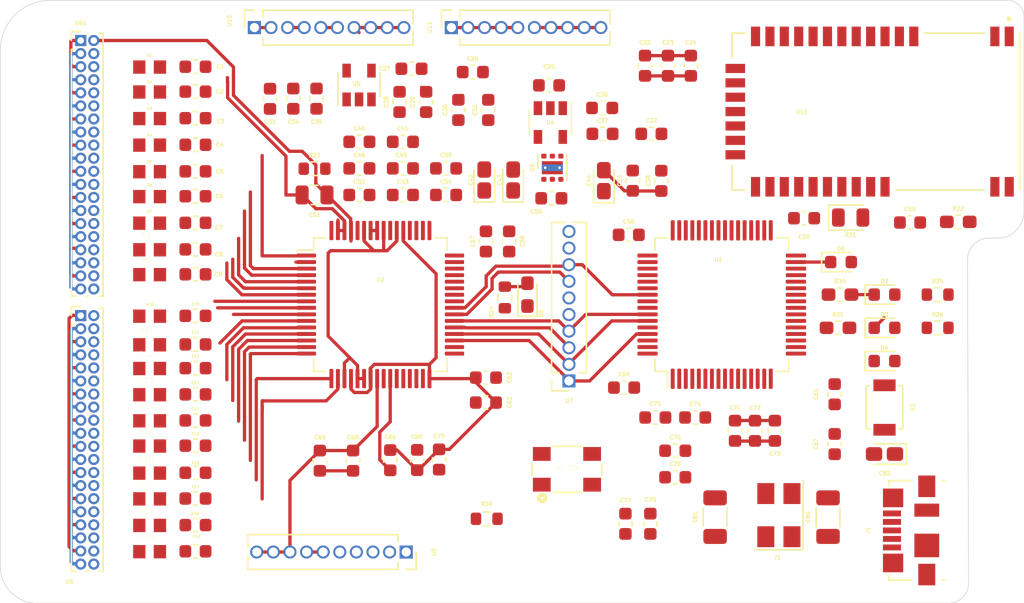
<source format=kicad_pcb>
(kicad_pcb (version 20171130) (host pcbnew 5.1.8-db9833491~88~ubuntu20.04.1)
  (title_block (title "WIRELESS EEG HEADSET") (company HAM) (comment 1 "DRIVEN BY ALI OZCAN UNAL"))
  (layers (0 F.Cu signal) (31 B.Cu signal) (34 B.Paste user) (35 F.Paste user) (36 B.SilkS user) (37 F.SilkS user) (38 B.Mask user hide) (39 F.Mask user hide) (44 Edge.Cuts user))
  (net 0 "")
  (net 1 "Net-(U1-Pad2)")
  (net 2 "Net-(U1-Pad3)")
  (net 3 "Net-(U1-Pad4)")
  (net 4 "Net-(U1-Pad8)")
  (net 5 "Net-(U1-Pad9)")
  (net 6 "Net-(U1-Pad10)")
  (net 7 "Net-(U1-Pad11)")
  (net 8 "Net-(U1-Pad14)")
  (net 9 "Net-(U1-Pad15)")
  (net 10 "Net-(U1-Pad16)")
  (net 11 "Net-(U1-Pad17)")
  (net 12 "Net-(U1-Pad20)")
  (net 13 "Net-(U1-Pad21)")
  (net 14 "Net-(U1-Pad22)")
  (net 15 "Net-(U1-Pad23)")
  (net 16 "Net-(U1-Pad24)")
  (net 17 "Net-(U1-Pad25)")
  (net 18 "Net-(U1-Pad26)")
  (net 19 "Net-(U1-Pad27)")
  (net 20 "Net-(U1-Pad28)")
  (net 21 "Net-(U1-Pad29)")
  (net 22 "Net-(U1-Pad33)")
  (net 23 "Net-(U1-Pad34)")
  (net 24 "Net-(U1-Pad35)")
  (net 25 "Net-(U1-Pad36)")
  (net 26 "Net-(U1-Pad39)")
  (net 27 "Net-(U1-Pad40)")
  (net 28 "Net-(U1-Pad41)")
  (net 29 "Net-(U1-Pad44)")
  (net 30 "Net-(U1-Pad45)")
  (net 31 "Net-(U1-Pad46)")
  (net 32 "Net-(U1-Pad49)")
  (net 33 "Net-(U1-Pad50)")
  (net 34 "Net-(U1-Pad51)")
  (net 35 "Net-(U1-Pad52)")
  (net 36 "Net-(U1-Pad53)")
  (net 37 "Net-(U1-Pad54)")
  (net 38 "Net-(U2-Pad27)")
  (net 39 "Net-(U2-Pad29)")
  (net 40 "Net-(U2-Pad34)")
  (net 41 "Net-(U2-Pad43)")
  (net 42 "Net-(U2-Pad44)")
  (net 43 "Net-(U2-Pad47)")
  (net 44 "Net-(U2-Pad64)")
  (net 45 +5V)
  (net 46 GND)
  (net 47 +3V3)
  (net 48 "Net-(D1-Pad2)")
  (net 49 "Net-(D2-Pad1)")
  (net 50 "Net-(D2-Pad2)")
  (net 51 "Net-(D3-Pad2)")
  (net 52 "Net-(D3-Pad1)")
  (net 53 "Net-(D4-Pad2)")
  (net 54 +2V5)
  (net 55 /-5v_UNREG)
  (net 56 "Net-(C27-Pad1)")
  (net 57 "Net-(U5-Pad5)")
  (net 58 /IN5N)
  (net 59 /IN5P)
  (net 60 /IN6N)
  (net 61 /IN6P)
  (net 62 /IN7N)
  (net 63 /IN7P)
  (net 64 /IN8N)
  (net 65 /IN8P)
  (net 66 /SRB1)
  (net 67 /SRB2)
  (net 68 /IN1N)
  (net 69 /IN1P)
  (net 70 /IN2N)
  (net 71 /IN2P)
  (net 72 /IN3N)
  (net 73 /IN3P)
  (net 74 /IN4N)
  (net 75 /IN4P)
  (net 76 /CIN5N)
  (net 77 /CIN5P)
  (net 78 /CIN6N)
  (net 79 /CIN6P)
  (net 80 /CIN7N)
  (net 81 /CIN7P)
  (net 82 /CIN8N)
  (net 83 /CIN8P)
  (net 84 /CSRB1)
  (net 85 /CSRB2)
  (net 86 /CIN1N)
  (net 87 /CIN1P)
  (net 88 /CIN2N)
  (net 89 /CIN2P)
  (net 90 /CIN3N)
  (net 91 /CIN3P)
  (net 92 /CIN4N)
  (net 93 /CIN4P)
  (net 94 /CBIAS)
  (net 95 /BIASINV)
  (net 96 /-2.5V)
  (net 97 /+2.5V)
  (net 98 "Net-(C25-Pad1)")
  (net 99 "Net-(C32-Pad1)")
  (net 100 "Net-(C36-Pad2)")
  (net 101 "Net-(C42-Pad2)")
  (net 102 "Net-(D4-Pad1)")
  (net 103 "Net-(D5-Pad2)")
  (net 104 "Net-(R23-Pad1)")
  (net 105 "Net-(R24-Pad1)")
  (net 106 "Net-(R25-Pad1)")
  (net 107 "Net-(R26-Pad2)")
  (net 108 /BIASIN)
  (net 109 GNDREF)
  (net 110 /CLK)
  (net 111 /VREFP)
  (net 112 "Net-(C54-Pad1)")
  (net 113 /VCAP3)
  (net 114 -2V5)
  (net 115 SCLK)
  (net 116 MISO)
  (net 117 MOSI)
  (net 118 START)
  (net 119 RESET)
  (net 120 PWDN)
  (net 121 "Net-(U1-Pad62)")
  (net 122 CS)
  (net 123 "Net-(C55-Pad1)")
  (net 124 "Net-(C66-Pad1)")
  (net 125 "Net-(C69-Pad2)")
  (net 126 "Net-(C80-Pad1)")
  (net 127 "Net-(C81-Pad1)")
  (net 128 "Net-(C83-Pad1)")
  (net 129 "Net-(J1-Pad2)")
  (net 130 "Net-(J1-Pad3)")
  (net 131 "Net-(J1-Pad4)")
  (net 132 "Net-(U6-Pad4)")
  (net 133 "Net-(U6-Pad5)")
  (net 134 /DIN)
  (net 135 /DOUT)
  (net 136 "Net-(U9-Pad5)")
  (net 137 "Net-(U9-Pad4)")
  (net 138 "Net-(U9-Pad3)")
  (net 139 "Net-(U9-Pad2)")
  (net 140 "Net-(U9-Pad1)")
  (net 141 "Net-(U12-Pad5)")
  (net 142 "Net-(U12-Pad8)")
  (net 143 "Net-(U12-Pad9)")
  (net 144 "Net-(U12-Pad10)")
  (net 145 "Net-(U12-Pad11)")
  (net 146 "Net-(U12-Pad12)")
  (net 147 "Net-(U12-Pad13)")
  (net 148 "Net-(U12-Pad14)")
  (net 149 "Net-(U12-Pad16)")
  (net 150 "Net-(U12-Pad18)")
  (net 151 "Net-(U12-Pad19)")
  (net 152 "Net-(U12-Pad20)")
  (net 153 "Net-(U12-Pad21)")
  (net 154 "Net-(U12-Pad24)")
  (net 155 "Net-(U12-Pad25)")
  (net 156 "Net-(U12-Pad26)")
  (net 157 "Net-(U12-Pad27)")
  (net 158 "Net-(U12-Pad28)")
  (net 159 "Net-(U12-Pad29)")
  (net 160 "Net-(D6-Pad2)")
  (net 161 "Net-(R30-Pad1)")
  (net 162 /USART6_TX)
  (net 163 /USART6_RX)
  (net 164 "Net-(U1-Pad42)")
  (net 165 "Net-(U1-Pad43)")
  (net 166 /RN46_CTS)
  (net 167 /RN46RTS)
  (net 168 "Net-(C20-Pad1)")
  (net 169 "Net-(D7-Pad2)")
  (net 170 /LD033_O)
  (net 171 "Net-(D7-Pad1)")
  (module ERA-3A:RESC1608X55N (layer F.Cu) (at 46.672 64.897)
    (fp_text reference R7 (at 0 -0.889) (layer F.SilkS) (effects (font (size 0.2 0.2) (thickness 0.05))))
    (fp_text value 4.99k)
    (pad 2 smd rect (at 0.79 0) (size 0.94 1.02) (layers F.Cu F.Paste F.Mask) (net 61 /IN6P))
    (pad 1 smd rect (at -0.79 0) (size 0.94 1.02) (layers F.Cu F.Paste F.Mask) (net 79 /CIN6P))
  )
  (module ERA-3A:RESC1608X55N (layer F.Cu) (at 46.672 62.865)
    (fp_text reference R6 (at 0 -0.889) (layer F.SilkS) (effects (font (size 0.2 0.2) (thickness 0.05))))
    (fp_text value 4.99K)
    (pad 2 smd rect (at 0.79 0) (size 0.94 1.02) (layers F.Cu F.Paste F.Mask) (net 60 /IN6N))
    (pad 1 smd rect (at -0.79 0) (size 0.94 1.02) (layers F.Cu F.Paste F.Mask) (net 78 /CIN6N))
  )
  (module ERA-3A:RESC1608X55N (layer F.Cu) (at 46.672 60.96)
    (fp_text reference R5 (at 0 -0.762) (layer F.SilkS) (effects (font (size 0.2 0.2) (thickness 0.05))))
    (fp_text value 4.99k)
    (pad 2 smd rect (at 0.79 0) (size 0.94 1.02) (layers F.Cu F.Paste F.Mask) (net 63 /IN7P))
    (pad 1 smd rect (at -0.79 0) (size 0.94 1.02) (layers F.Cu F.Paste F.Mask) (net 81 /CIN7P))
  )
  (module ERA-3A:RESC1608X55N (layer F.Cu) (at 46.672 58.928)
    (fp_text reference R4 (at 0 -0.762) (layer F.SilkS) (effects (font (size 0.2 0.2) (thickness 0.05))))
    (fp_text value 4.99K)
    (pad 2 smd rect (at 0.79 0) (size 0.94 1.02) (layers F.Cu F.Paste F.Mask) (net 62 /IN7N))
    (pad 1 smd rect (at -0.79 0) (size 0.94 1.02) (layers F.Cu F.Paste F.Mask) (net 80 /CIN7N))
  )
  (module ERA-3A:RESC1608X55N (layer F.Cu) (at 46.672 56.896)
    (fp_text reference R3 (at 0 -0.762) (layer F.SilkS) (effects (font (size 0.2 0.2) (thickness 0.05))))
    (fp_text value 4.99k)
    (pad 2 smd rect (at 0.79 0) (size 0.94 1.02) (layers F.Cu F.Paste F.Mask) (net 65 /IN8P))
    (pad 1 smd rect (at -0.79 0) (size 0.94 1.02) (layers F.Cu F.Paste F.Mask) (net 83 /CIN8P))
  )
  (module ERA-3A:RESC1608X55N (layer F.Cu) (at 46.672 54.864)
    (fp_text reference R2 (at 0 -0.762) (layer F.SilkS) (effects (font (size 0.2 0.2) (thickness 0.05))))
    (fp_text value 4.99K)
    (pad 2 smd rect (at 0.79 0) (size 0.94 1.02) (layers F.Cu F.Paste F.Mask) (net 64 /IN8N))
    (pad 1 smd rect (at -0.79 0) (size 0.94 1.02) (layers F.Cu F.Paste F.Mask) (net 82 /CIN8N))
  )
  (module ERA-3A:RESC1608X55N (layer F.Cu) (at 46.672 52.959)
    (fp_text reference R1 (at 0 -0.889) (layer F.SilkS) (effects (font (size 0.2 0.2) (thickness 0.05))))
    (fp_text value 4.99k)
    (pad 2 smd rect (at 0.79 0) (size 0.94 1.02) (layers F.Cu F.Paste F.Mask) (net 108 /BIASIN))
    (pad 1 smd rect (at -0.79 0) (size 0.94 1.02) (layers F.Cu F.Paste F.Mask) (net 94 /CBIAS))
  )
  (module ERA-3A:RESC1608X55N (layer F.Cu) (at 46.672 72.009)
    (fp_text reference R10 (at 0 -0.889 180) (layer F.SilkS) (effects (font (size 0.2 0.2) (thickness 0.05))))
    (fp_text value 4.99K)
    (pad 2 smd rect (at 0.79 0) (size 0.94 1.02) (layers F.Cu F.Paste F.Mask) (net 74 /IN4N))
    (pad 1 smd rect (at -0.79 0) (size 0.94 1.02) (layers F.Cu F.Paste F.Mask) (net 92 /CIN4N))
  )
  (module Package_QFP:LQFP-64_10x10mm_P0.5mm (layer F.Cu) (at 90.424 71.12 90)
    (fp_text reference U1 (at 3.429 -0.254 180) (layer F.SilkS) (effects (font (size 0.3 0.3) (thickness 0.075))))
    (fp_text value STM32F446RE)
    (pad 64 smd roundrect (at -3.75 -5.675 90) (size 0.3 1.55) (layers F.Cu F.Paste F.Mask) (net 47 +3V3))
    (pad 63 smd roundrect (at -3.25 -5.675 90) (size 0.3 1.55) (layers F.Cu F.Paste F.Mask) (net 47 +3V3))
    (pad 62 smd roundrect (at -2.75 -5.675 90) (size 0.3 1.55) (layers F.Cu F.Paste F.Mask) (net 121 "Net-(U1-Pad62)"))
    (pad 61 smd roundrect (at -2.25 -5.675 90) (size 0.3 1.55) (layers F.Cu F.Paste F.Mask) (net 120 PWDN))
    (pad 60 smd roundrect (at -1.75 -5.675 90) (size 0.3 1.55) (layers F.Cu F.Paste F.Mask) (net 107 "Net-(R26-Pad2)"))
    (pad 59 smd roundrect (at -1.25 -5.675 90) (size 0.3 1.55) (layers F.Cu F.Paste F.Mask) (net 119 RESET))
    (pad 58 smd roundrect (at -0.75 -5.675 90) (size 0.3 1.55) (layers F.Cu F.Paste F.Mask) (net 118 START))
    (pad 57 smd roundrect (at -0.25 -5.675 90) (size 0.3 1.55) (layers F.Cu F.Paste F.Mask) (net 117 MOSI))
    (pad 56 smd roundrect (at 0.25 -5.675 90) (size 0.3 1.55) (layers F.Cu F.Paste F.Mask) (net 116 MISO))
    (pad 55 smd roundrect (at 0.75 -5.675 90) (size 0.3 1.55) (layers F.Cu F.Paste F.Mask) (net 115 SCLK))
    (pad 54 smd roundrect (at 1.25 -5.675 90) (size 0.3 1.55) (layers F.Cu F.Paste F.Mask) (net 37 "Net-(U1-Pad54)"))
    (pad 53 smd roundrect (at 1.75 -5.675 90) (size 0.3 1.55) (layers F.Cu F.Paste F.Mask) (net 36 "Net-(U1-Pad53)"))
    (pad 52 smd roundrect (at 2.25 -5.675 90) (size 0.3 1.55) (layers F.Cu F.Paste F.Mask) (net 35 "Net-(U1-Pad52)"))
    (pad 51 smd roundrect (at 2.75 -5.675 90) (size 0.3 1.55) (layers F.Cu F.Paste F.Mask) (net 34 "Net-(U1-Pad51)"))
    (pad 50 smd roundrect (at 3.25 -5.675 90) (size 0.3 1.55) (layers F.Cu F.Paste F.Mask) (net 33 "Net-(U1-Pad50)"))
    (pad 49 smd roundrect (at 3.75 -5.675 90) (size 0.3 1.55) (layers F.Cu F.Paste F.Mask) (net 32 "Net-(U1-Pad49)"))
    (pad 48 smd roundrect (at 5.675 -3.75 90) (size 1.55 0.3) (layers F.Cu F.Paste F.Mask) (net 47 +3V3))
    (pad 47 smd roundrect (at 5.675 -3.25 90) (size 1.55 0.3) (layers F.Cu F.Paste F.Mask) (net 109 GNDREF))
    (pad 46 smd roundrect (at 5.675 -2.75 90) (size 1.55 0.3) (layers F.Cu F.Paste F.Mask) (net 31 "Net-(U1-Pad46)"))
    (pad 45 smd roundrect (at 5.675 -2.25 90) (size 1.55 0.3) (layers F.Cu F.Paste F.Mask) (net 30 "Net-(U1-Pad45)"))
    (pad 44 smd roundrect (at 5.675 -1.75 90) (size 1.55 0.3) (layers F.Cu F.Paste F.Mask) (net 29 "Net-(U1-Pad44)"))
    (pad 43 smd roundrect (at 5.675 -1.25 90) (size 1.55 0.3) (layers F.Cu F.Paste F.Mask) (net 165 "Net-(U1-Pad43)"))
    (pad 42 smd roundrect (at 5.675 -0.75 90) (size 1.55 0.3) (layers F.Cu F.Paste F.Mask) (net 164 "Net-(U1-Pad42)"))
    (pad 41 smd roundrect (at 5.675 -0.25 90) (size 1.55 0.3) (layers F.Cu F.Paste F.Mask) (net 28 "Net-(U1-Pad41)"))
    (pad 40 smd roundrect (at 5.675 0.25 90) (size 1.55 0.3) (layers F.Cu F.Paste F.Mask) (net 27 "Net-(U1-Pad40)"))
    (pad 39 smd roundrect (at 5.675 0.75 90) (size 1.55 0.3) (layers F.Cu F.Paste F.Mask) (net 26 "Net-(U1-Pad39)"))
    (pad 38 smd roundrect (at 5.675 1.25 90) (size 1.55 0.3) (layers F.Cu F.Paste F.Mask) (net 163 /USART6_RX))
    (pad 37 smd roundrect (at 5.675 1.75 90) (size 1.55 0.3) (layers F.Cu F.Paste F.Mask) (net 162 /USART6_TX))
    (pad 36 smd roundrect (at 5.675 2.25 90) (size 1.55 0.3) (layers F.Cu F.Paste F.Mask) (net 25 "Net-(U1-Pad36)"))
    (pad 35 smd roundrect (at 5.675 2.75 90) (size 1.55 0.3) (layers F.Cu F.Paste F.Mask) (net 24 "Net-(U1-Pad35)"))
    (pad 34 smd roundrect (at 5.675 3.25 90) (size 1.55 0.3) (layers F.Cu F.Paste F.Mask) (net 23 "Net-(U1-Pad34)"))
    (pad 33 smd roundrect (at 5.675 3.75 90) (size 1.55 0.3) (layers F.Cu F.Paste F.Mask) (net 22 "Net-(U1-Pad33)"))
    (pad 32 smd roundrect (at 3.75 5.675 90) (size 0.3 1.55) (layers F.Cu F.Paste F.Mask) (net 47 +3V3))
    (pad 31 smd roundrect (at 3.25 5.675 90) (size 0.3 1.55) (layers F.Cu F.Paste F.Mask) (net 109 GNDREF))
    (pad 30 smd roundrect (at 2.75 5.675 90) (size 0.3 1.55) (layers F.Cu F.Paste F.Mask) (net 101 "Net-(C42-Pad2)"))
    (pad 29 smd roundrect (at 2.25 5.675 90) (size 0.3 1.55) (layers F.Cu F.Paste F.Mask) (net 21 "Net-(U1-Pad29)"))
    (pad 28 smd roundrect (at 1.75 5.675 90) (size 0.3 1.55) (layers F.Cu F.Paste F.Mask) (net 20 "Net-(U1-Pad28)"))
    (pad 27 smd roundrect (at 1.25 5.675 90) (size 0.3 1.55) (layers F.Cu F.Paste F.Mask) (net 19 "Net-(U1-Pad27)"))
    (pad 26 smd roundrect (at 0.75 5.675 90) (size 0.3 1.55) (layers F.Cu F.Paste F.Mask) (net 18 "Net-(U1-Pad26)"))
    (pad 25 smd roundrect (at 0.25 5.675 90) (size 0.3 1.55) (layers F.Cu F.Paste F.Mask) (net 17 "Net-(U1-Pad25)"))
    (pad 24 smd roundrect (at -0.25 5.675 90) (size 0.3 1.55) (layers F.Cu F.Paste F.Mask) (net 16 "Net-(U1-Pad24)"))
    (pad 23 smd roundrect (at -0.75 5.675 90) (size 0.3 1.55) (layers F.Cu F.Paste F.Mask) (net 15 "Net-(U1-Pad23)"))
    (pad 22 smd roundrect (at -1.25 5.675 90) (size 0.3 1.55) (layers F.Cu F.Paste F.Mask) (net 14 "Net-(U1-Pad22)"))
    (pad 21 smd roundrect (at -1.75 5.675 90) (size 0.3 1.55) (layers F.Cu F.Paste F.Mask) (net 13 "Net-(U1-Pad21)"))
    (pad 20 smd roundrect (at -2.25 5.675 90) (size 0.3 1.55) (layers F.Cu F.Paste F.Mask) (net 12 "Net-(U1-Pad20)"))
    (pad 19 smd roundrect (at -2.75 5.675 90) (size 0.3 1.55) (layers F.Cu F.Paste F.Mask) (net 47 +3V3))
    (pad 18 smd roundrect (at -3.25 5.675 90) (size 0.3 1.55) (layers F.Cu F.Paste F.Mask) (net 109 GNDREF))
    (pad 17 smd roundrect (at -3.75 5.675 90) (size 0.3 1.55) (layers F.Cu F.Paste F.Mask) (net 11 "Net-(U1-Pad17)"))
    (pad 16 smd roundrect (at -5.675 3.75 90) (size 1.55 0.3) (layers F.Cu F.Paste F.Mask) (net 10 "Net-(U1-Pad16)"))
    (pad 15 smd roundrect (at -5.675 3.25 90) (size 1.55 0.3) (layers F.Cu F.Paste F.Mask) (net 9 "Net-(U1-Pad15)"))
    (pad 14 smd roundrect (at -5.675 2.75 90) (size 1.55 0.3) (layers F.Cu F.Paste F.Mask) (net 8 "Net-(U1-Pad14)"))
    (pad 13 smd roundrect (at -5.675 2.25 90) (size 1.55 0.3) (layers F.Cu F.Paste F.Mask) (net 47 +3V3))
    (pad 12 smd roundrect (at -5.675 1.75 90) (size 1.55 0.3) (layers F.Cu F.Paste F.Mask) (net 47 +3V3))
    (pad 11 smd roundrect (at -5.675 1.25 90) (size 1.55 0.3) (layers F.Cu F.Paste F.Mask) (net 7 "Net-(U1-Pad11)"))
    (pad 10 smd roundrect (at -5.675 0.75 90) (size 1.55 0.3) (layers F.Cu F.Paste F.Mask) (net 6 "Net-(U1-Pad10)"))
    (pad 9 smd roundrect (at -5.675 0.25 90) (size 1.55 0.3) (layers F.Cu F.Paste F.Mask) (net 5 "Net-(U1-Pad9)"))
    (pad 8 smd roundrect (at -5.675 -0.25 90) (size 1.55 0.3) (layers F.Cu F.Paste F.Mask) (net 4 "Net-(U1-Pad8)"))
    (pad 7 smd roundrect (at -5.675 -0.75 90) (size 1.55 0.3) (layers F.Cu F.Paste F.Mask) (net 128 "Net-(C83-Pad1)"))
    (pad 6 smd roundrect (at -5.675 -1.25 90) (size 1.55 0.3) (layers F.Cu F.Paste F.Mask) (net 126 "Net-(C80-Pad1)"))
    (pad 5 smd roundrect (at -5.675 -1.75 90) (size 1.55 0.3) (layers F.Cu F.Paste F.Mask) (net 127 "Net-(C81-Pad1)"))
    (pad 4 smd roundrect (at -5.675 -2.25 90) (size 1.55 0.3) (layers F.Cu F.Paste F.Mask) (net 3 "Net-(U1-Pad4)"))
    (pad 3 smd roundrect (at -5.675 -2.75 90) (size 1.55 0.3) (layers F.Cu F.Paste F.Mask) (net 2 "Net-(U1-Pad3)"))
    (pad 2 smd roundrect (at -5.675 -3.25 90) (size 1.55 0.3) (layers F.Cu F.Paste F.Mask) (net 1 "Net-(U1-Pad2)"))
    (pad 1 smd roundrect (at -5.675 -3.75 90) (size 1.55 0.3) (layers F.Cu F.Paste F.Mask) (net 47 +3V3))
  )
  (module Connector_PinSocket_1.27mm:PinSocket_1x10_P1.27mm_Vertical (layer F.Cu) (at 66.294 90.043 270)
    (fp_text reference U9 (at 0 -2.135 90) (layer F.SilkS) (effects (font (size 0.3 0.3) (thickness 0.075))))
    (fp_text value ADC_REFGND_GPIO)
    (pad 10 thru_hole oval (at 0 11.43 270) (size 1 1) (drill 0.7) (layers *.Cu *.Mask) (net 111 /VREFP))
    (pad 9 thru_hole oval (at 0 10.16 270) (size 1 1) (drill 0.7) (layers *.Cu *.Mask) (net 111 /VREFP))
    (pad 8 thru_hole oval (at 0 8.89 270) (size 1 1) (drill 0.7) (layers *.Cu *.Mask) (net 111 /VREFP))
    (pad 7 thru_hole oval (at 0 7.62 270) (size 1 1) (drill 0.7) (layers *.Cu *.Mask) (net 109 GNDREF))
    (pad 6 thru_hole oval (at 0 6.35 270) (size 1 1) (drill 0.7) (layers *.Cu *.Mask) (net 109 GNDREF))
    (pad 5 thru_hole oval (at 0 5.08 270) (size 1 1) (drill 0.7) (layers *.Cu *.Mask) (net 136 "Net-(U9-Pad5)"))
    (pad 4 thru_hole oval (at 0 3.81 270) (size 1 1) (drill 0.7) (layers *.Cu *.Mask) (net 137 "Net-(U9-Pad4)"))
    (pad 3 thru_hole oval (at 0 2.54 270) (size 1 1) (drill 0.7) (layers *.Cu *.Mask) (net 138 "Net-(U9-Pad3)"))
    (pad 2 thru_hole oval (at 0 1.27 270) (size 1 1) (drill 0.7) (layers *.Cu *.Mask) (net 139 "Net-(U9-Pad2)"))
    (pad 1 thru_hole rect (at 0 0 270) (size 1 1) (drill 0.7) (layers *.Cu *.Mask) (net 140 "Net-(U9-Pad1)"))
  )
  (module Package_QFP:TQFP-64_10x10mm_P0.5mm (layer F.Cu) (at 64.322 71.12)
    (fp_text reference U2 (at 0 -1.905) (layer F.SilkS) (effects (font (size 0.3 0.3) (thickness 0.075))))
    (fp_text value ADS1299-8CHANNEL)
    (pad 64 smd roundrect (at -3.75 -5.6625) (size 0.3 1.475) (layers F.Cu F.Paste F.Mask) (net 44 "Net-(U2-Pad64)"))
    (pad 63 smd roundrect (at -3.25 -5.6625) (size 0.3 1.475) (layers F.Cu F.Paste F.Mask) (net 108 /BIASIN))
    (pad 62 smd roundrect (at -2.75 -5.6625) (size 0.3 1.475) (layers F.Cu F.Paste F.Mask) (net 108 /BIASIN))
    (pad 61 smd roundrect (at -2.25 -5.6625) (size 0.3 1.475) (layers F.Cu F.Paste F.Mask) (net 95 /BIASINV))
    (pad 60 smd roundrect (at -1.75 -5.6625) (size 0.3 1.475) (layers F.Cu F.Paste F.Mask) (net 46 GND))
    (pad 59 smd roundrect (at -1.25 -5.6625) (size 0.3 1.475) (layers F.Cu F.Paste F.Mask) (net 54 +2V5))
    (pad 58 smd roundrect (at -0.75 -5.6625) (size 0.3 1.475) (layers F.Cu F.Paste F.Mask) (net 114 -2V5))
    (pad 57 smd roundrect (at -0.25 -5.6625) (size 0.3 1.475) (layers F.Cu F.Paste F.Mask) (net 114 -2V5))
    (pad 56 smd roundrect (at 0.25 -5.6625) (size 0.3 1.475) (layers F.Cu F.Paste F.Mask) (net 54 +2V5))
    (pad 55 smd roundrect (at 0.75 -5.6625) (size 0.3 1.475) (layers F.Cu F.Paste F.Mask) (net 113 /VCAP3))
    (pad 54 smd roundrect (at 1.25 -5.6625) (size 0.3 1.475) (layers F.Cu F.Paste F.Mask) (net 54 +2V5))
    (pad 53 smd roundrect (at 1.75 -5.6625) (size 0.3 1.475) (layers F.Cu F.Paste F.Mask) (net 114 -2V5))
    (pad 52 smd roundrect (at 2.25 -5.6625) (size 0.3 1.475) (layers F.Cu F.Paste F.Mask) (net 109 GNDREF))
    (pad 51 smd roundrect (at 2.75 -5.6625) (size 0.3 1.475) (layers F.Cu F.Paste F.Mask) (net 109 GNDREF))
    (pad 50 smd roundrect (at 3.25 -5.6625) (size 0.3 1.475) (layers F.Cu F.Paste F.Mask) (net 47 +3V3))
    (pad 49 smd roundrect (at 3.75 -5.6625) (size 0.3 1.475) (layers F.Cu F.Paste F.Mask) (net 109 GNDREF))
    (pad 48 smd roundrect (at 5.6625 -3.75) (size 1.475 0.3) (layers F.Cu F.Paste F.Mask) (net 47 +3V3))
    (pad 47 smd roundrect (at 5.6625 -3.25) (size 1.475 0.3) (layers F.Cu F.Paste F.Mask) (net 43 "Net-(U2-Pad47)"))
    (pad 46 smd roundrect (at 5.6625 -2.75) (size 1.475 0.3) (layers F.Cu F.Paste F.Mask) (net 109 GNDREF))
    (pad 45 smd roundrect (at 5.6625 -2.25) (size 1.475 0.3) (layers F.Cu F.Paste F.Mask) (net 109 GNDREF))
    (pad 44 smd roundrect (at 5.6625 -1.75) (size 1.475 0.3) (layers F.Cu F.Paste F.Mask) (net 42 "Net-(U2-Pad44)"))
    (pad 43 smd roundrect (at 5.6625 -1.25) (size 1.475 0.3) (layers F.Cu F.Paste F.Mask) (net 41 "Net-(U2-Pad43)"))
    (pad 42 smd roundrect (at 5.6625 -0.75) (size 1.475 0.3) (layers F.Cu F.Paste F.Mask) (net 48 "Net-(D1-Pad2)"))
    (pad 41 smd roundrect (at 5.6625 -0.25) (size 1.475 0.3) (layers F.Cu F.Paste F.Mask) (net 46 GND))
    (pad 40 smd roundrect (at 5.6625 0.25) (size 1.475 0.3) (layers F.Cu F.Paste F.Mask) (net 115 SCLK))
    (pad 39 smd roundrect (at 5.6625 0.75) (size 1.475 0.3) (layers F.Cu F.Paste F.Mask) (net 122 CS))
    (pad 38 smd roundrect (at 5.6625 1.25) (size 1.475 0.3) (layers F.Cu F.Paste F.Mask) (net 118 START))
    (pad 37 smd roundrect (at 5.6625 1.75) (size 1.475 0.3) (layers F.Cu F.Paste F.Mask) (net 110 /CLK))
    (pad 36 smd roundrect (at 5.6625 2.25) (size 1.475 0.3) (layers F.Cu F.Paste F.Mask) (net 119 RESET))
    (pad 35 smd roundrect (at 5.6625 2.75) (size 1.475 0.3) (layers F.Cu F.Paste F.Mask) (net 120 PWDN))
    (pad 34 smd roundrect (at 5.6625 3.25) (size 1.475 0.3) (layers F.Cu F.Paste F.Mask) (net 40 "Net-(U2-Pad34)"))
    (pad 33 smd roundrect (at 5.6625 3.75) (size 1.475 0.3) (layers F.Cu F.Paste F.Mask) (net 109 GNDREF))
    (pad 32 smd roundrect (at 3.75 5.6625) (size 0.3 1.475) (layers F.Cu F.Paste F.Mask) (net 114 -2V5))
    (pad 31 smd roundrect (at 3.25 5.6625) (size 0.3 1.475) (layers F.Cu F.Paste F.Mask) (net 109 GNDREF))
    (pad 30 smd roundrect (at 2.75 5.6625) (size 0.3 1.475) (layers F.Cu F.Paste F.Mask) (net 112 "Net-(C54-Pad1)"))
    (pad 29 smd roundrect (at 2.25 5.6625) (size 0.3 1.475) (layers F.Cu F.Paste F.Mask) (net 39 "Net-(U2-Pad29)"))
    (pad 28 smd roundrect (at 1.75 5.6625) (size 0.3 1.475) (layers F.Cu F.Paste F.Mask) (net 125 "Net-(C69-Pad2)"))
    (pad 27 smd roundrect (at 1.25 5.6625) (size 0.3 1.475) (layers F.Cu F.Paste F.Mask) (net 38 "Net-(U2-Pad27)"))
    (pad 26 smd roundrect (at 0.75 5.6625) (size 0.3 1.475) (layers F.Cu F.Paste F.Mask) (net 124 "Net-(C66-Pad1)"))
    (pad 25 smd roundrect (at 0.25 5.6625) (size 0.3 1.475) (layers F.Cu F.Paste F.Mask) (net 96 /-2.5V))
    (pad 24 smd roundrect (at -0.25 5.6625) (size 0.3 1.475) (layers F.Cu F.Paste F.Mask) (net 111 /VREFP))
    (pad 23 smd roundrect (at -0.75 5.6625) (size 0.3 1.475) (layers F.Cu F.Paste F.Mask) (net 114 -2V5))
    (pad 22 smd roundrect (at -1.25 5.6625) (size 0.3 1.475) (layers F.Cu F.Paste F.Mask) (net 54 +2V5))
    (pad 21 smd roundrect (at -1.75 5.6625) (size 0.3 1.475) (layers F.Cu F.Paste F.Mask) (net 54 +2V5))
    (pad 20 smd roundrect (at -2.25 5.6625) (size 0.3 1.475) (layers F.Cu F.Paste F.Mask) (net 114 -2V5))
    (pad 19 smd roundrect (at -2.75 5.6625) (size 0.3 1.475) (layers F.Cu F.Paste F.Mask) (net 54 +2V5))
    (pad 18 smd roundrect (at -3.25 5.6625) (size 0.3 1.475) (layers F.Cu F.Paste F.Mask) (net 67 /SRB2))
    (pad 17 smd roundrect (at -3.75 5.6625) (size 0.3 1.475) (layers F.Cu F.Paste F.Mask) (net 66 /SRB1))
    (pad 16 smd roundrect (at -5.6625 3.75) (size 1.475 0.3) (layers F.Cu F.Paste F.Mask) (net 69 /IN1P))
    (pad 15 smd roundrect (at -5.6625 3.25) (size 1.475 0.3) (layers F.Cu F.Paste F.Mask) (net 68 /IN1N))
    (pad 14 smd roundrect (at -5.6625 2.75) (size 1.475 0.3) (layers F.Cu F.Paste F.Mask) (net 71 /IN2P))
    (pad 13 smd roundrect (at -5.6625 2.25) (size 1.475 0.3) (layers F.Cu F.Paste F.Mask) (net 70 /IN2N))
    (pad 12 smd roundrect (at -5.6625 1.75) (size 1.475 0.3) (layers F.Cu F.Paste F.Mask) (net 73 /IN3P))
    (pad 11 smd roundrect (at -5.6625 1.25) (size 1.475 0.3) (layers F.Cu F.Paste F.Mask) (net 72 /IN3N))
    (pad 10 smd roundrect (at -5.6625 0.75) (size 1.475 0.3) (layers F.Cu F.Paste F.Mask) (net 75 /IN4P))
    (pad 9 smd roundrect (at -5.6625 0.25) (size 1.475 0.3) (layers F.Cu F.Paste F.Mask) (net 74 /IN4N))
    (pad 8 smd roundrect (at -5.6625 -0.25) (size 1.475 0.3) (layers F.Cu F.Paste F.Mask) (net 59 /IN5P))
    (pad 7 smd roundrect (at -5.6625 -0.75) (size 1.475 0.3) (layers F.Cu F.Paste F.Mask) (net 58 /IN5N))
    (pad 6 smd roundrect (at -5.6625 -1.25) (size 1.475 0.3) (layers F.Cu F.Paste F.Mask) (net 61 /IN6P))
    (pad 5 smd roundrect (at -5.6625 -1.75) (size 1.475 0.3) (layers F.Cu F.Paste F.Mask) (net 60 /IN6N))
    (pad 4 smd roundrect (at -5.6625 -2.25) (size 1.475 0.3) (layers F.Cu F.Paste F.Mask) (net 63 /IN7P))
    (pad 3 smd roundrect (at -5.6625 -2.75) (size 1.475 0.3) (layers F.Cu F.Paste F.Mask) (net 62 /IN7N))
    (pad 2 smd roundrect (at -5.6625 -3.25) (size 1.475 0.3) (layers F.Cu F.Paste F.Mask) (net 65 /IN8P))
    (pad 1 smd roundrect (at -5.6625 -3.75) (size 1.475 0.3) (layers F.Cu F.Paste F.Mask) (net 64 /IN8N))
  )
  (module Connector_PinHeader_1.00mm:PinHeader_2x20_P1.00mm_Vertical (layer F.Cu) (at 41.402 50.927)
    (fp_text reference U61 (at 0 -1.3462) (layer F.SilkS) (effects (font (size 0.3 0.3) (thickness 0.075))))
    (fp_text value Electrode2)
    (pad 40 thru_hole oval (at 1 19) (size 0.85 0.85) (drill 0.5) (layers *.Cu *.Mask) (net 46 GND))
    (pad 39 thru_hole oval (at 0 19) (size 0.85 0.85) (drill 0.5) (layers *.Cu *.Mask) (net 96 /-2.5V))
    (pad 38 thru_hole oval (at 1 18) (size 0.85 0.85) (drill 0.5) (layers *.Cu *.Mask) (net 77 /CIN5P))
    (pad 37 thru_hole oval (at 0 18) (size 0.85 0.85) (drill 0.5) (layers *.Cu *.Mask) (net 97 /+2.5V))
    (pad 36 thru_hole oval (at 1 17) (size 0.85 0.85) (drill 0.5) (layers *.Cu *.Mask) (net 46 GND))
    (pad 35 thru_hole oval (at 0 17) (size 0.85 0.85) (drill 0.5) (layers *.Cu *.Mask) (net 96 /-2.5V))
    (pad 34 thru_hole oval (at 1 16) (size 0.85 0.85) (drill 0.5) (layers *.Cu *.Mask) (net 76 /CIN5N))
    (pad 33 thru_hole oval (at 0 16) (size 0.85 0.85) (drill 0.5) (layers *.Cu *.Mask) (net 97 /+2.5V))
    (pad 32 thru_hole oval (at 1 15) (size 0.85 0.85) (drill 0.5) (layers *.Cu *.Mask) (net 46 GND))
    (pad 31 thru_hole oval (at 0 15) (size 0.85 0.85) (drill 0.5) (layers *.Cu *.Mask) (net 96 /-2.5V))
    (pad 30 thru_hole oval (at 1 14) (size 0.85 0.85) (drill 0.5) (layers *.Cu *.Mask) (net 79 /CIN6P))
    (pad 29 thru_hole oval (at 0 14) (size 0.85 0.85) (drill 0.5) (layers *.Cu *.Mask) (net 97 /+2.5V))
    (pad 28 thru_hole oval (at 1 13) (size 0.85 0.85) (drill 0.5) (layers *.Cu *.Mask) (net 46 GND))
    (pad 27 thru_hole oval (at 0 13) (size 0.85 0.85) (drill 0.5) (layers *.Cu *.Mask) (net 96 /-2.5V))
    (pad 26 thru_hole oval (at 1 12) (size 0.85 0.85) (drill 0.5) (layers *.Cu *.Mask) (net 78 /CIN6N))
    (pad 25 thru_hole oval (at 0 12) (size 0.85 0.85) (drill 0.5) (layers *.Cu *.Mask) (net 97 /+2.5V))
    (pad 24 thru_hole oval (at 1 11) (size 0.85 0.85) (drill 0.5) (layers *.Cu *.Mask) (net 46 GND))
    (pad 23 thru_hole oval (at 0 11) (size 0.85 0.85) (drill 0.5) (layers *.Cu *.Mask) (net 96 /-2.5V))
    (pad 22 thru_hole oval (at 1 10) (size 0.85 0.85) (drill 0.5) (layers *.Cu *.Mask) (net 81 /CIN7P))
    (pad 21 thru_hole oval (at 0 10) (size 0.85 0.85) (drill 0.5) (layers *.Cu *.Mask) (net 97 /+2.5V))
    (pad 20 thru_hole oval (at 1 9) (size 0.85 0.85) (drill 0.5) (layers *.Cu *.Mask) (net 46 GND))
    (pad 19 thru_hole oval (at 0 9) (size 0.85 0.85) (drill 0.5) (layers *.Cu *.Mask) (net 96 /-2.5V))
    (pad 18 thru_hole oval (at 1 8) (size 0.85 0.85) (drill 0.5) (layers *.Cu *.Mask) (net 80 /CIN7N))
    (pad 17 thru_hole oval (at 0 8) (size 0.85 0.85) (drill 0.5) (layers *.Cu *.Mask) (net 97 /+2.5V))
    (pad 16 thru_hole oval (at 1 7) (size 0.85 0.85) (drill 0.5) (layers *.Cu *.Mask) (net 46 GND))
    (pad 15 thru_hole oval (at 0 7) (size 0.85 0.85) (drill 0.5) (layers *.Cu *.Mask) (net 96 /-2.5V))
    (pad 14 thru_hole oval (at 1 6) (size 0.85 0.85) (drill 0.5) (layers *.Cu *.Mask) (net 83 /CIN8P))
    (pad 13 thru_hole oval (at 0 6) (size 0.85 0.85) (drill 0.5) (layers *.Cu *.Mask) (net 97 /+2.5V))
    (pad 12 thru_hole oval (at 1 5) (size 0.85 0.85) (drill 0.5) (layers *.Cu *.Mask) (net 46 GND))
    (pad 11 thru_hole oval (at 0 5) (size 0.85 0.85) (drill 0.5) (layers *.Cu *.Mask) (net 96 /-2.5V))
    (pad 10 thru_hole oval (at 1 4) (size 0.85 0.85) (drill 0.5) (layers *.Cu *.Mask) (net 82 /CIN8N))
    (pad 9 thru_hole oval (at 0 4) (size 0.85 0.85) (drill 0.5) (layers *.Cu *.Mask) (net 97 /+2.5V))
    (pad 8 thru_hole oval (at 1 3) (size 0.85 0.85) (drill 0.5) (layers *.Cu *.Mask) (net 46 GND))
    (pad 7 thru_hole oval (at 0 3) (size 0.85 0.85) (drill 0.5) (layers *.Cu *.Mask) (net 96 /-2.5V))
    (pad 6 thru_hole oval (at 1 2) (size 0.85 0.85) (drill 0.5) (layers *.Cu *.Mask) (net 94 /CBIAS))
    (pad 5 thru_hole oval (at 0 2) (size 0.85 0.85) (drill 0.5) (layers *.Cu *.Mask) (net 97 /+2.5V))
    (pad 4 thru_hole oval (at 1 1) (size 0.85 0.85) (drill 0.5) (layers *.Cu *.Mask) (net 46 GND))
    (pad 3 thru_hole oval (at 0 1) (size 0.85 0.85) (drill 0.5) (layers *.Cu *.Mask) (net 96 /-2.5V))
    (pad 2 thru_hole oval (at 1 0) (size 0.85 0.85) (drill 0.5) (layers *.Cu *.Mask) (net 95 /BIASINV))
    (pad 1 thru_hole rect (at 0 0) (size 0.85 0.85) (drill 0.5) (layers *.Cu *.Mask) (net 97 /+2.5V))
  )
  (module Connector_PinHeader_1.00mm:PinHeader_2x20_P1.00mm_Vertical (layer F.Cu) (at 41.402 71.9648)
    (fp_text reference U8 (at -0.889 20.3581) (layer F.SilkS) (effects (font (size 0.3 0.3) (thickness 0.075))))
    (fp_text value Electrode1)
    (pad 40 thru_hole oval (at 1 19) (size 0.85 0.85) (drill 0.5) (layers *.Cu *.Mask) (net 46 GND))
    (pad 39 thru_hole oval (at 0 19) (size 0.85 0.85) (drill 0.5) (layers *.Cu *.Mask) (net 96 /-2.5V))
    (pad 38 thru_hole oval (at 1 18) (size 0.85 0.85) (drill 0.5) (layers *.Cu *.Mask) (net 85 /CSRB2))
    (pad 37 thru_hole oval (at 0 18) (size 0.85 0.85) (drill 0.5) (layers *.Cu *.Mask) (net 97 /+2.5V))
    (pad 36 thru_hole oval (at 1 17) (size 0.85 0.85) (drill 0.5) (layers *.Cu *.Mask) (net 46 GND))
    (pad 35 thru_hole oval (at 0 17) (size 0.85 0.85) (drill 0.5) (layers *.Cu *.Mask) (net 96 /-2.5V))
    (pad 34 thru_hole oval (at 1 16) (size 0.85 0.85) (drill 0.5) (layers *.Cu *.Mask) (net 84 /CSRB1))
    (pad 33 thru_hole oval (at 0 16) (size 0.85 0.85) (drill 0.5) (layers *.Cu *.Mask) (net 97 /+2.5V))
    (pad 32 thru_hole oval (at 1 15) (size 0.85 0.85) (drill 0.5) (layers *.Cu *.Mask) (net 46 GND))
    (pad 31 thru_hole oval (at 0 15) (size 0.85 0.85) (drill 0.5) (layers *.Cu *.Mask) (net 96 /-2.5V))
    (pad 30 thru_hole oval (at 1 14) (size 0.85 0.85) (drill 0.5) (layers *.Cu *.Mask) (net 87 /CIN1P))
    (pad 29 thru_hole oval (at 0 14) (size 0.85 0.85) (drill 0.5) (layers *.Cu *.Mask) (net 97 /+2.5V))
    (pad 28 thru_hole oval (at 1 13) (size 0.85 0.85) (drill 0.5) (layers *.Cu *.Mask) (net 46 GND))
    (pad 27 thru_hole oval (at 0 13) (size 0.85 0.85) (drill 0.5) (layers *.Cu *.Mask) (net 96 /-2.5V))
    (pad 26 thru_hole oval (at 1 12) (size 0.85 0.85) (drill 0.5) (layers *.Cu *.Mask) (net 86 /CIN1N))
    (pad 25 thru_hole oval (at 0 12) (size 0.85 0.85) (drill 0.5) (layers *.Cu *.Mask) (net 97 /+2.5V))
    (pad 24 thru_hole oval (at 1 11) (size 0.85 0.85) (drill 0.5) (layers *.Cu *.Mask) (net 46 GND))
    (pad 23 thru_hole oval (at 0 11) (size 0.85 0.85) (drill 0.5) (layers *.Cu *.Mask) (net 96 /-2.5V))
    (pad 22 thru_hole oval (at 1 10) (size 0.85 0.85) (drill 0.5) (layers *.Cu *.Mask) (net 89 /CIN2P))
    (pad 21 thru_hole oval (at 0 10) (size 0.85 0.85) (drill 0.5) (layers *.Cu *.Mask) (net 97 /+2.5V))
    (pad 20 thru_hole oval (at 1 9) (size 0.85 0.85) (drill 0.5) (layers *.Cu *.Mask) (net 46 GND))
    (pad 19 thru_hole oval (at 0 9) (size 0.85 0.85) (drill 0.5) (layers *.Cu *.Mask) (net 96 /-2.5V))
    (pad 18 thru_hole oval (at 1 8) (size 0.85 0.85) (drill 0.5) (layers *.Cu *.Mask) (net 88 /CIN2N))
    (pad 17 thru_hole oval (at 0 8) (size 0.85 0.85) (drill 0.5) (layers *.Cu *.Mask) (net 97 /+2.5V))
    (pad 16 thru_hole oval (at 1 7) (size 0.85 0.85) (drill 0.5) (layers *.Cu *.Mask) (net 46 GND))
    (pad 15 thru_hole oval (at 0 7) (size 0.85 0.85) (drill 0.5) (layers *.Cu *.Mask) (net 96 /-2.5V))
    (pad 14 thru_hole oval (at 1 6) (size 0.85 0.85) (drill 0.5) (layers *.Cu *.Mask) (net 91 /CIN3P))
    (pad 13 thru_hole oval (at 0 6) (size 0.85 0.85) (drill 0.5) (layers *.Cu *.Mask) (net 97 /+2.5V))
    (pad 12 thru_hole oval (at 1 5) (size 0.85 0.85) (drill 0.5) (layers *.Cu *.Mask) (net 46 GND))
    (pad 11 thru_hole oval (at 0 5) (size 0.85 0.85) (drill 0.5) (layers *.Cu *.Mask) (net 96 /-2.5V))
    (pad 10 thru_hole oval (at 1 4) (size 0.85 0.85) (drill 0.5) (layers *.Cu *.Mask) (net 90 /CIN3N))
    (pad 9 thru_hole oval (at 0 4) (size 0.85 0.85) (drill 0.5) (layers *.Cu *.Mask) (net 97 /+2.5V))
    (pad 8 thru_hole oval (at 1 3) (size 0.85 0.85) (drill 0.5) (layers *.Cu *.Mask) (net 46 GND))
    (pad 7 thru_hole oval (at 0 3) (size 0.85 0.85) (drill 0.5) (layers *.Cu *.Mask) (net 96 /-2.5V))
    (pad 6 thru_hole oval (at 1 2) (size 0.85 0.85) (drill 0.5) (layers *.Cu *.Mask) (net 93 /CIN4P))
    (pad 5 thru_hole oval (at 0 2) (size 0.85 0.85) (drill 0.5) (layers *.Cu *.Mask) (net 97 /+2.5V))
    (pad 4 thru_hole oval (at 1 1) (size 0.85 0.85) (drill 0.5) (layers *.Cu *.Mask) (net 46 GND))
    (pad 3 thru_hole oval (at 0 1) (size 0.85 0.85) (drill 0.5) (layers *.Cu *.Mask) (net 96 /-2.5V))
    (pad 2 thru_hole oval (at 1 0) (size 0.85 0.85) (drill 0.5) (layers *.Cu *.Mask) (net 92 /CIN4N))
    (pad 1 thru_hole rect (at 0 0) (size 0.85 0.85) (drill 0.5) (layers *.Cu *.Mask) (net 97 /+2.5V))
  )
  (module Resistor_SMD:R_0603_1608Metric (layer F.Cu) (at 106.934 70.358)
    (fp_text reference R25 (at 0 -1.016) (layer F.SilkS) (effects (font (size 0.3 0.3) (thickness 0.075))))
    (fp_text value 10K)
    (pad 2 smd roundrect (at 0.825 0) (size 0.8 0.95) (layers F.Cu F.Paste F.Mask) (net 47 +3V3))
    (pad 1 smd roundrect (at -0.825 0) (size 0.8 0.95) (layers F.Cu F.Paste F.Mask) (net 106 "Net-(R25-Pad1)"))
  )
  (module Package_TO_SOT_SMD:SOT-23-5 (layer F.Cu) (at 77.3176 57.2008 270)
    (fp_text reference U4 (at 0 0 180) (layer F.SilkS) (effects (font (size 0.3 0.3) (thickness 0.075))))
    (fp_text value TPS73133DBV)
    (pad 5 smd rect (at 1.1 -0.95 270) (size 1.06 0.65) (layers F.Cu F.Paste F.Mask) (net 47 +3V3))
    (pad 4 smd rect (at 1.1 0.95 270) (size 1.06 0.65) (layers F.Cu F.Paste F.Mask) (net 99 "Net-(C32-Pad1)"))
    (pad 3 smd rect (at -1.1 0.95 270) (size 1.06 0.65) (layers F.Cu F.Paste F.Mask) (net 45 +5V))
    (pad 2 smd rect (at -1.1 0 270) (size 1.06 0.65) (layers F.Cu F.Paste F.Mask) (net 46 GND))
    (pad 1 smd rect (at -1.1 -0.95 270) (size 1.06 0.65) (layers F.Cu F.Paste F.Mask) (net 45 +5V))
  )
  (module Capacitor_Tantalum_SMD:CP_EIA-1608-08_AVX-J_Pad1.25x1.05mm_HandSolder (layer F.Cu) (at 102.87 82.55 180)
    (fp_text reference C83 (at 0 -1.48) (layer F.SilkS) (effects (font (size 0.3 0.3) (thickness 0.075))))
    (fp_text value 0.1uF)
    (pad 2 smd roundrect (at 0.8 0 180) (size 1.25 1.05) (layers F.Cu F.Paste F.Mask) (roundrect_rratio 0.2380942857142857) (net 46 GND))
    (pad 1 smd roundrect (at -0.8 0 180) (size 1.25 1.05) (layers F.Cu F.Paste F.Mask) (roundrect_rratio 0.2380942857142857) (net 128 "Net-(C83-Pad1)"))
  )
  (module Capacitor_Tantalum_SMD:CP_EIA-1608-08_AVX-J_Pad1.25x1.05mm_HandSolder (layer F.Cu) (at 72.263 61.595 90)
    (fp_text reference C42 (at 0 -1.016 90) (layer F.SilkS) (effects (font (size 0.3 0.3) (thickness 0.075))))
    (fp_text value 2.2uF)
    (pad 2 smd roundrect (at 0.8 0 90) (size 1.25 1.05) (layers F.Cu F.Paste F.Mask) (roundrect_rratio 0.2380942857142857) (net 101 "Net-(C42-Pad2)"))
    (pad 1 smd roundrect (at -0.8 0 90) (size 1.25 1.05) (layers F.Cu F.Paste F.Mask) (roundrect_rratio 0.2380942857142857) (net 46 GND))
  )
  (module Capacitor_Tantalum_SMD:CP_EIA-1608-08_AVX-J_Pad1.25x1.05mm_HandSolder (layer F.Cu) (at 81.407 61.6458 90)
    (fp_text reference C44 (at 0 -1.143 90) (layer F.SilkS) (effects (font (size 0.3 0.3) (thickness 0.075))))
    (fp_text value 0.1uF)
    (pad 2 smd roundrect (at 0.8 0 90) (size 1.25 1.05) (layers F.Cu F.Paste F.Mask) (roundrect_rratio 0.2380942857142857) (net 47 +3V3))
    (pad 1 smd roundrect (at -0.8 0 90) (size 1.25 1.05) (layers F.Cu F.Paste F.Mask) (roundrect_rratio 0.2380942857142857) (net 46 GND))
  )
  (module Capacitor_Tantalum_SMD:CP_EIA-1608-08_AVX-J_Pad1.25x1.05mm_HandSolder (layer F.Cu) (at 74.4728 61.595 90)
    (fp_text reference C43 (at 0 -1.016 90) (layer F.SilkS) (effects (font (size 0.3 0.3) (thickness 0.075))))
    (fp_text value 0.1uF)
    (pad 2 smd roundrect (at 0.8 0 90) (size 1.25 1.05) (layers F.Cu F.Paste F.Mask) (roundrect_rratio 0.2380942857142857) (net 47 +3V3))
    (pad 1 smd roundrect (at -0.8 0 90) (size 1.25 1.05) (layers F.Cu F.Paste F.Mask) (roundrect_rratio 0.2380942857142857) (net 46 GND))
  )
  (module LED_SMD:LED_0603_1608Metric (layer F.Cu) (at 102.87 70.358)
    (fp_text reference D2 (at 0 -1.016) (layer F.SilkS) (effects (font (size 0.3 0.3) (thickness 0.075))))
    (fp_text value LED)
    (pad 2 smd roundrect (at 0.7875 0) (size 0.875 0.95) (layers F.Cu F.Paste F.Mask) (net 50 "Net-(D2-Pad2)"))
    (pad 1 smd roundrect (at -0.7875 0) (size 0.875 0.95) (layers F.Cu F.Paste F.Mask) (net 49 "Net-(D2-Pad1)"))
  )
  (module LED_SMD:LED_0603_1608Metric (layer F.Cu) (at 102.87 72.898)
    (fp_text reference D3 (at 0 -1.016) (layer F.SilkS) (effects (font (size 0.3 0.3) (thickness 0.075))))
    (fp_text value LED)
    (pad 2 smd roundrect (at 0.7875 0) (size 0.875 0.95) (layers F.Cu F.Paste F.Mask) (net 51 "Net-(D3-Pad2)"))
    (pad 1 smd roundrect (at -0.7875 0) (size 0.875 0.95) (layers F.Cu F.Paste F.Mask) (net 52 "Net-(D3-Pad1)"))
  )
  (module LED_SMD:LED_0603_1608Metric (layer F.Cu) (at 102.87 75.438)
    (fp_text reference D4 (at 0 -1.016) (layer F.SilkS) (effects (font (size 0.3 0.3) (thickness 0.075))))
    (fp_text value LED)
    (pad 2 smd roundrect (at 0.7875 0) (size 0.875 0.95) (layers F.Cu F.Paste F.Mask) (net 53 "Net-(D4-Pad2)"))
    (pad 1 smd roundrect (at -0.7875 0) (size 0.875 0.95) (layers F.Cu F.Paste F.Mask) (net 102 "Net-(D4-Pad1)"))
  )
  (module Resistor_SMD:R_0603_1608Metric (layer F.Cu) (at 59.2836 60.7314 180)
    (fp_text reference R23 (at 0 1.016) (layer F.SilkS) (effects (font (size 0.3 0.3) (thickness 0.075))))
    (fp_text value 210K)
    (pad 2 smd roundrect (at 0.825 0 180) (size 0.8 0.95) (layers F.Cu F.Paste F.Mask) (net 46 GND))
    (pad 1 smd roundrect (at -0.825 0 180) (size 0.8 0.95) (layers F.Cu F.Paste F.Mask) (net 104 "Net-(R23-Pad1)"))
  )
  (module Resistor_SMD:R_0603_1608Metric (layer F.Cu) (at 73.8378 70.5744 90)
    (fp_text reference R24 (at -1.1044 -1.016 270) (layer F.SilkS) (effects (font (size 0.3 0.3) (thickness 0.075))))
    (fp_text value 100K)
    (pad 2 smd roundrect (at 0.825 0 90) (size 0.8 0.95) (layers F.Cu F.Paste F.Mask) (net 103 "Net-(D5-Pad2)"))
    (pad 1 smd roundrect (at -0.825 0 90) (size 0.8 0.95) (layers F.Cu F.Paste F.Mask) (net 105 "Net-(R24-Pad1)"))
  )
  (module Button_Switch_SMD:SW_SPST_B3U-1000P (layer F.Cu) (at 102.87 78.994 270)
    (fp_text reference S3 (at 0 -2.159 90) (layer F.SilkS) (effects (font (size 0.3 0.3) (thickness 0.075))))
    (fp_text value SW_MEC_5G)
    (pad 2 smd rect (at 1.7 0 270) (size 0.9 1.7) (layers F.Cu F.Paste F.Mask) (net 46 GND))
    (pad 1 smd rect (at -1.7 0 270) (size 0.9 1.7) (layers F.Cu F.Paste F.Mask) (net 46 GND))
  )
  (module LED_SMD:LED_0603_1608Metric_Pad1.05x0.95mm_HandSolder (layer F.Cu) (at 75.565 70.358 90)
    (fp_text reference D5 (at -1.4478 1.0668 270) (layer F.SilkS) (effects (font (size 0.3 0.3) (thickness 0.075))))
    (fp_text value LED)
    (pad 2 smd roundrect (at 0.875 0 90) (size 1.05 0.95) (layers F.Cu F.Paste F.Mask) (net 103 "Net-(D5-Pad2)"))
    (pad 1 smd roundrect (at -0.875 0 90) (size 1.05 0.95) (layers F.Cu F.Paste F.Mask) (net 46 GND))
  )
  (module Package_TO_SOT_SMD:SOT-23-5 (layer F.Cu) (at 62.6872 54.3306 90)
    (fp_text reference U5 (at 0.084 -0.188 180) (layer F.SilkS) (effects (font (size 0.3 0.3) (thickness 0.075))))
    (fp_text value TPS73115DBV)
    (pad 5 smd rect (at 1.1 -0.95 90) (size 1.06 0.65) (layers F.Cu F.Paste F.Mask) (net 57 "Net-(U5-Pad5)"))
    (pad 4 smd rect (at 1.1 0.95 90) (size 1.06 0.65) (layers F.Cu F.Paste F.Mask) (net 56 "Net-(C27-Pad1)"))
    (pad 3 smd rect (at -1.1 0.95 90) (size 1.06 0.65) (layers F.Cu F.Paste F.Mask) (net 45 +5V))
    (pad 2 smd rect (at -1.1 0 90) (size 1.06 0.65) (layers F.Cu F.Paste F.Mask) (net 46 GND))
    (pad 1 smd rect (at -1.1 -0.95 90) (size 1.06 0.65) (layers F.Cu F.Paste F.Mask) (net 45 +5V))
  )
  (module Package_SON:WSON-6-1EP_2x2mm_P0.65mm_EP1x1.6mm_ThermalVias (layer F.Cu) (at 77.47 60.6552 90)
    (fp_text reference U6 (at 0 -1.524 90) (layer F.SilkS) (effects (font (size 0.3 0.3) (thickness 0.075))))
    (fp_text value TPS60151DRV)
    (pad 7 smd rect (at 0 0 90) (size 0.5 1.6) (layers B.Cu) (net 123 "Net-(C55-Pad1)"))
    (pad 7 thru_hole circle (at 0 0.55 90) (size 0.5 0.5) (drill 0.2) (layers *.Cu) (net 123 "Net-(C55-Pad1)"))
    (pad 7 thru_hole circle (at 0 -0.55 90) (size 0.5 0.5) (drill 0.2) (layers *.Cu) (net 123 "Net-(C55-Pad1)"))
    (pad 7 smd rect (at 0 0 90) (size 1 1.6) (layers F.Cu F.Mask) (net 123 "Net-(C55-Pad1)"))
    (pad 6 smd roundrect (at 0.8875 -0.65 90) (size 0.375 0.4) (layers F.Cu F.Paste F.Mask) (net 98 "Net-(C25-Pad1)"))
    (pad 5 smd roundrect (at 0.8875 0 90) (size 0.375 0.4) (layers F.Cu F.Paste F.Mask) (net 133 "Net-(U6-Pad5)"))
    (pad 4 smd roundrect (at 0.8875 0.65 90) (size 0.375 0.4) (layers F.Cu F.Paste F.Mask) (net 132 "Net-(U6-Pad4)"))
    (pad 3 smd roundrect (at -0.8875 0.65 90) (size 0.375 0.4) (layers F.Cu F.Paste F.Mask) (net 55 /-5v_UNREG))
    (pad 2 smd roundrect (at -0.8875 0 90) (size 0.375 0.4) (layers F.Cu F.Paste F.Mask) (net 45 +5V))
    (pad 1 smd roundrect (at -0.8875 -0.65 90) (size 0.375 0.4) (layers F.Cu F.Paste F.Mask) (net 46 GND))
  )
  (module Resistor_SMD:R_0603_1608Metric (layer F.Cu) (at 106.934 72.898)
    (fp_text reference R26 (at 0 -1.016) (layer F.SilkS) (effects (font (size 0.3 0.3) (thickness 0.075))))
    (fp_text value 10K)
    (pad 2 smd roundrect (at 0.825 0) (size 0.8 0.95) (layers F.Cu F.Paste F.Mask) (net 107 "Net-(R26-Pad2)"))
    (pad 1 smd roundrect (at -0.825 0) (size 0.8 0.95) (layers F.Cu F.Paste F.Mask) (net 46 GND))
  )
  (module Capacitor_SMD:C_0603_1608Metric (layer F.Cu) (at 50.178 71.981)
    (fp_text reference C10 (at 0 -0.889) (layer F.SilkS) (effects (font (size 0.2 0.2) (thickness 0.05))))
    (fp_text value 4.7nF)
    (pad 2 smd roundrect (at 0.775 0) (size 0.9 0.95) (layers F.Cu F.Paste F.Mask) (net 74 /IN4N))
    (pad 1 smd roundrect (at -0.775 0) (size 0.9 0.95) (layers F.Cu F.Paste F.Mask) (net 46 GND))
  )
  (module Capacitor_SMD:C_0603_1608Metric (layer F.Cu) (at 50.178 52.931)
    (fp_text reference C1 (at 1.892 0) (layer F.SilkS) (effects (font (size 0.3 0.3) (thickness 0.075))))
    (fp_text value 10uF)
    (pad 2 smd roundrect (at 0.775 0) (size 0.9 0.95) (layers F.Cu F.Paste F.Mask) (net 46 GND))
    (pad 1 smd roundrect (at -0.775 0) (size 0.9 0.95) (layers F.Cu F.Paste F.Mask) (net 108 /BIASIN))
  )
  (module Capacitor_SMD:C_0603_1608Metric (layer F.Cu) (at 50.178 54.836)
    (fp_text reference C2 (at 1.8672 0) (layer F.SilkS) (effects (font (size 0.3 0.3) (thickness 0.075))))
    (fp_text value 4.7nF)
    (pad 2 smd roundrect (at 0.775 0) (size 0.9 0.95) (layers F.Cu F.Paste F.Mask) (net 46 GND))
    (pad 1 smd roundrect (at -0.775 0) (size 0.9 0.95) (layers F.Cu F.Paste F.Mask) (net 64 /IN8N))
  )
  (module Capacitor_SMD:C_0603_1608Metric (layer F.Cu) (at 50.178 56.868 180)
    (fp_text reference C3 (at -1.918 -0.254) (layer F.SilkS) (effects (font (size 0.3 0.3) (thickness 0.075))))
    (fp_text value 4.7nF)
    (pad 2 smd roundrect (at 0.775 0 180) (size 0.9 0.95) (layers F.Cu F.Paste F.Mask) (net 65 /IN8P))
    (pad 1 smd roundrect (at -0.775 0 180) (size 0.9 0.95) (layers F.Cu F.Paste F.Mask) (net 46 GND))
  )
  (module Capacitor_SMD:C_0603_1608Metric (layer F.Cu) (at 50.178 58.9)
    (fp_text reference C4 (at 1.8672 0) (layer F.SilkS) (effects (font (size 0.3 0.3) (thickness 0.075))))
    (fp_text value 4.7nF)
    (pad 2 smd roundrect (at 0.775 0) (size 0.9 0.95) (layers F.Cu F.Paste F.Mask) (net 46 GND))
    (pad 1 smd roundrect (at -0.775 0) (size 0.9 0.95) (layers F.Cu F.Paste F.Mask) (net 62 /IN7N))
  )
  (module Capacitor_SMD:C_0603_1608Metric (layer F.Cu) (at 50.178 60.932 180)
    (fp_text reference C5 (at -1.8542 0) (layer F.SilkS) (effects (font (size 0.3 0.3) (thickness 0.075))))
    (fp_text value 4.7nF)
    (pad 2 smd roundrect (at 0.775 0 180) (size 0.9 0.95) (layers F.Cu F.Paste F.Mask) (net 63 /IN7P))
    (pad 1 smd roundrect (at -0.775 0 180) (size 0.9 0.95) (layers F.Cu F.Paste F.Mask) (net 46 GND))
  )
  (module Capacitor_SMD:C_0603_1608Metric (layer F.Cu) (at 50.178 62.837)
    (fp_text reference C6 (at 1.8164 0 180) (layer F.SilkS) (effects (font (size 0.3 0.3) (thickness 0.075))))
    (fp_text value 4.7nF)
    (pad 2 smd roundrect (at 0.775 0) (size 0.9 0.95) (layers F.Cu F.Paste F.Mask) (net 46 GND))
    (pad 1 smd roundrect (at -0.775 0) (size 0.9 0.95) (layers F.Cu F.Paste F.Mask) (net 60 /IN6N))
  )
  (module Capacitor_SMD:C_0603_1608Metric (layer F.Cu) (at 50.178 64.869 180)
    (fp_text reference C7 (at -1.791 -0.381) (layer F.SilkS) (effects (font (size 0.3 0.3) (thickness 0.075))))
    (fp_text value 4.7nF)
    (pad 2 smd roundrect (at 0.775 0 180) (size 0.9 0.95) (layers F.Cu F.Paste F.Mask) (net 61 /IN6P))
    (pad 1 smd roundrect (at -0.775 0 180) (size 0.9 0.95) (layers F.Cu F.Paste F.Mask) (net 46 GND))
  )
  (module Capacitor_SMD:C_0603_1608Metric (layer F.Cu) (at 50.178 66.901)
    (fp_text reference C8 (at 1.791 0.381) (layer F.SilkS) (effects (font (size 0.3 0.3) (thickness 0.075))))
    (fp_text value 4.7nF)
    (pad 2 smd roundrect (at 0.775 0) (size 0.9 0.95) (layers F.Cu F.Paste F.Mask) (net 46 GND))
    (pad 1 smd roundrect (at -0.775 0) (size 0.9 0.95) (layers F.Cu F.Paste F.Mask) (net 58 /IN5N))
  )
  (module Capacitor_SMD:C_0603_1608Metric (layer F.Cu) (at 50.178 68.806 180)
    (fp_text reference C9 (at -1.7656 0) (layer F.SilkS) (effects (font (size 0.3 0.3) (thickness 0.075))))
    (fp_text value 4.7nF)
    (pad 2 smd roundrect (at 0.775 0 180) (size 0.9 0.95) (layers F.Cu F.Paste F.Mask) (net 59 /IN5P))
    (pad 1 smd roundrect (at -0.775 0 180) (size 0.9 0.95) (layers F.Cu F.Paste F.Mask) (net 46 GND))
  )
  (module Capacitor_SMD:C_0603_1608Metric (layer F.Cu) (at 50.178 74.168)
    (fp_text reference C11 (at -0.0001 -0.9144) (layer F.SilkS) (effects (font (size 0.2 0.2) (thickness 0.05))))
    (fp_text value 4.7nF)
    (pad 2 smd roundrect (at 0.775 0) (size 0.9 0.95) (layers F.Cu F.Paste F.Mask) (net 75 /IN4P))
    (pad 1 smd roundrect (at -0.775 0) (size 0.9 0.95) (layers F.Cu F.Paste F.Mask) (net 46 GND))
  )
  (module Capacitor_SMD:C_0603_1608Metric (layer F.Cu) (at 50.178 75.9815)
    (fp_text reference C12 (at 0 -0.889) (layer F.SilkS) (effects (font (size 0.2 0.2) (thickness 0.05))))
    (fp_text value 4.7nF)
    (pad 2 smd roundrect (at 0.775 0) (size 0.9 0.95) (layers F.Cu F.Paste F.Mask) (net 72 /IN3N))
    (pad 1 smd roundrect (at -0.775 0) (size 0.9 0.95) (layers F.Cu F.Paste F.Mask) (net 46 GND))
  )
  (module Capacitor_SMD:C_0603_1608Metric (layer F.Cu) (at 50.178 77.9881)
    (fp_text reference C13 (at -0.0254 -0.889) (layer F.SilkS) (effects (font (size 0.2 0.2) (thickness 0.05))))
    (fp_text value 4.7nF)
    (pad 2 smd roundrect (at 0.775 0) (size 0.9 0.95) (layers F.Cu F.Paste F.Mask) (net 73 /IN3P))
    (pad 1 smd roundrect (at -0.775 0) (size 0.9 0.95) (layers F.Cu F.Paste F.Mask) (net 46 GND))
  )
  (module Capacitor_SMD:C_0603_1608Metric (layer F.Cu) (at 50.178 79.982)
    (fp_text reference C14 (at -0.0254 -0.889) (layer F.SilkS) (effects (font (size 0.2 0.2) (thickness 0.05))))
    (fp_text value 4.7nF)
    (pad 2 smd roundrect (at 0.775 0) (size 0.9 0.95) (layers F.Cu F.Paste F.Mask) (net 70 /IN2N))
    (pad 1 smd roundrect (at -0.775 0) (size 0.9 0.95) (layers F.Cu F.Paste F.Mask) (net 46 GND))
  )
  (module Capacitor_SMD:C_0603_1608Metric (layer F.Cu) (at 50.178 81.9124)
    (fp_text reference C15 (at 0 -0.889) (layer F.SilkS) (effects (font (size 0.2 0.2) (thickness 0.05))))
    (fp_text value 4.7nF)
    (pad 2 smd roundrect (at 0.775 0) (size 0.9 0.95) (layers F.Cu F.Paste F.Mask) (net 71 /IN2P))
    (pad 1 smd roundrect (at -0.775 0) (size 0.9 0.95) (layers F.Cu F.Paste F.Mask) (net 46 GND))
  )
  (module Capacitor_SMD:C_0603_1608Metric (layer F.Cu) (at 50.178 83.9825)
    (fp_text reference C16 (at 0 -0.762) (layer F.SilkS) (effects (font (size 0.2 0.2) (thickness 0.05))))
    (fp_text value 4.7nF)
    (pad 2 smd roundrect (at 0.775 0) (size 0.9 0.95) (layers F.Cu F.Paste F.Mask) (net 68 /IN1N))
    (pad 1 smd roundrect (at -0.775 0) (size 0.9 0.95) (layers F.Cu F.Paste F.Mask) (net 46 GND))
  )
  (module Capacitor_SMD:C_0603_1608Metric (layer F.Cu) (at 50.178 85.951)
    (fp_text reference C17 (at 0 -0.889) (layer F.SilkS) (effects (font (size 0.2 0.2) (thickness 0.05))))
    (fp_text value 4.7nF)
    (pad 2 smd roundrect (at 0.775 0) (size 0.9 0.95) (layers F.Cu F.Paste F.Mask) (net 69 /IN1P))
    (pad 1 smd roundrect (at -0.775 0) (size 0.9 0.95) (layers F.Cu F.Paste F.Mask) (net 46 GND))
  )
  (module Capacitor_SMD:C_0603_1608Metric (layer F.Cu) (at 50.178 87.983)
    (fp_text reference C18 (at -0.0254 -0.889) (layer F.SilkS) (effects (font (size 0.2 0.2) (thickness 0.05))))
    (fp_text value 4.7nF)
    (pad 2 smd roundrect (at 0.775 0) (size 0.9 0.95) (layers F.Cu F.Paste F.Mask) (net 66 /SRB1))
    (pad 1 smd roundrect (at -0.775 0) (size 0.9 0.95) (layers F.Cu F.Paste F.Mask) (net 46 GND))
  )
  (module Capacitor_SMD:C_0603_1608Metric (layer F.Cu) (at 50.178 89.9896)
    (fp_text reference C19 (at 0.1016 -1.143) (layer F.SilkS) (effects (font (size 0.2 0.2) (thickness 0.05))))
    (fp_text value 4.7nF)
    (pad 2 smd roundrect (at 0.775 0) (size 0.9 0.95) (layers F.Cu F.Paste F.Mask) (net 67 /SRB2))
    (pad 1 smd roundrect (at -0.775 0) (size 0.9 0.95) (layers F.Cu F.Paste F.Mask) (net 46 GND))
  )
  (module Capacitor_SMD:C_0603_1608Metric (layer F.Cu) (at 88.0618 52.8574 270)
    (fp_text reference C24 (at -1.778 0 180) (layer F.SilkS) (effects (font (size 0.3 0.3) (thickness 0.075))))
    (fp_text value 10uF)
    (pad 2 smd roundrect (at 0.775 0 270) (size 0.9 0.95) (layers F.Cu F.Paste F.Mask) (net 46 GND))
    (pad 1 smd roundrect (at -0.775 0 270) (size 0.9 0.95) (layers F.Cu F.Paste F.Mask) (net 45 +5V))
  )
  (module Capacitor_SMD:C_0603_1608Metric (layer F.Cu) (at 86.3092 52.8574 270)
    (fp_text reference C23 (at -1.778 0 180) (layer F.SilkS) (effects (font (size 0.3 0.3) (thickness 0.075))))
    (fp_text value 10uF)
    (pad 2 smd roundrect (at 0.775 0 270) (size 0.9 0.95) (layers F.Cu F.Paste F.Mask) (net 46 GND))
    (pad 1 smd roundrect (at -0.775 0 270) (size 0.9 0.95) (layers F.Cu F.Paste F.Mask) (net 45 +5V))
  )
  (module Capacitor_SMD:C_0603_1608Metric (layer F.Cu) (at 84.5566 52.8574 270)
    (fp_text reference C22 (at -1.778 0 180) (layer F.SilkS) (effects (font (size 0.3 0.3) (thickness 0.075))))
    (fp_text value 1uF)
    (pad 2 smd roundrect (at 0.775 0 270) (size 0.9 0.95) (layers F.Cu F.Paste F.Mask) (net 46 GND))
    (pad 1 smd roundrect (at -0.775 0 270) (size 0.9 0.95) (layers F.Cu F.Paste F.Mask) (net 45 +5V))
  )
  (module Capacitor_SMD:C_0603_1608Metric (layer F.Cu) (at 85.8012 61.6588 90)
    (fp_text reference C38 (at 0 -0.9906 90) (layer F.SilkS) (effects (font (size 0.3 0.3) (thickness 0.075))))
    (fp_text value 2.2uF)
    (pad 2 smd roundrect (at 0.775 0 90) (size 0.9 0.95) (layers F.Cu F.Paste F.Mask) (net 46 GND))
    (pad 1 smd roundrect (at -0.775 0 90) (size 0.9 0.95) (layers F.Cu F.Paste F.Mask) (net 47 +3V3))
  )
  (module Capacitor_SMD:C_0603_1608Metric (layer F.Cu) (at 83.6168 61.6458 90)
    (fp_text reference C39 (at 0 -0.9906 90) (layer F.SilkS) (effects (font (size 0.3 0.3) (thickness 0.075))))
    (fp_text value 10uF)
    (pad 2 smd roundrect (at 0.775 0 90) (size 0.9 0.95) (layers F.Cu F.Paste F.Mask) (net 46 GND))
    (pad 1 smd roundrect (at -0.775 0 90) (size 0.9 0.95) (layers F.Cu F.Paste F.Mask) (net 47 +3V3))
  )
  (module Capacitor_SMD:C_0603_1608Metric (layer F.Cu) (at 85.0392 58.0644)
    (fp_text reference C32 (at 0 -1.016) (layer F.SilkS) (effects (font (size 0.3 0.3) (thickness 0.075))))
    (fp_text value 1uF)
    (pad 2 smd roundrect (at 0.775 0) (size 0.9 0.95) (layers F.Cu F.Paste F.Mask) (net 46 GND))
    (pad 1 smd roundrect (at -0.775 0) (size 0.9 0.95) (layers F.Cu F.Paste F.Mask) (net 99 "Net-(C32-Pad1)"))
  )
  (module Capacitor_SMD:C_0603_1608Metric (layer F.Cu) (at 71.387 53.34 180)
    (fp_text reference C26 (at 0.013 1.016) (layer F.SilkS) (effects (font (size 0.3 0.3) (thickness 0.075))))
    (fp_text value 10uF)
    (pad 2 smd roundrect (at 0.775 0 180) (size 0.9 0.95) (layers F.Cu F.Paste F.Mask) (net 46 GND))
    (pad 1 smd roundrect (at -0.775 0 180) (size 0.9 0.95) (layers F.Cu F.Paste F.Mask) (net 45 +5V))
  )
  (module Capacitor_SMD:C_0603_1608Metric (layer F.Cu) (at 67.818 55.626 90)
    (fp_text reference C29 (at 0 -1.016 90) (layer F.SilkS) (effects (font (size 0.3 0.3) (thickness 0.075))))
    (fp_text value 10uF)
    (pad 2 smd roundrect (at 0.775 0 90) (size 0.9 0.95) (layers F.Cu F.Paste F.Mask) (net 46 GND))
    (pad 1 smd roundrect (at -0.775 0 90) (size 0.9 0.95) (layers F.Cu F.Paste F.Mask) (net 45 +5V))
  )
  (module Capacitor_SMD:C_0603_1608Metric (layer F.Cu) (at 65.786 55.626 90)
    (fp_text reference C28 (at 0 -1.016 90) (layer F.SilkS) (effects (font (size 0.3 0.3) (thickness 0.075))))
    (fp_text value 1uF)
    (pad 2 smd roundrect (at 0.775 0 90) (size 0.9 0.95) (layers F.Cu F.Paste F.Mask) (net 46 GND))
    (pad 1 smd roundrect (at -0.775 0 90) (size 0.9 0.95) (layers F.Cu F.Paste F.Mask) (net 45 +5V))
  )
  (module Capacitor_SMD:C_0603_1608Metric (layer F.Cu) (at 59.436 55.372 90)
    (fp_text reference C35 (at -1.778 0 180) (layer F.SilkS) (effects (font (size 0.3 0.3) (thickness 0.075))))
    (fp_text value 1uF)
    (pad 2 smd roundrect (at 0.775 0 90) (size 0.9 0.95) (layers F.Cu F.Paste F.Mask) (net 46 GND))
    (pad 1 smd roundrect (at -0.775 0 90) (size 0.9 0.95) (layers F.Cu F.Paste F.Mask) (net 54 +2V5))
  )
  (module Capacitor_SMD:C_0603_1608Metric (layer F.Cu) (at 57.658 55.372 90)
    (fp_text reference C34 (at -1.778 0 180) (layer F.SilkS) (effects (font (size 0.3 0.3) (thickness 0.075))))
    (fp_text value 2.2uF)
    (pad 2 smd roundrect (at 0.775 0 90) (size 0.9 0.95) (layers F.Cu F.Paste F.Mask) (net 46 GND))
    (pad 1 smd roundrect (at -0.775 0 90) (size 0.9 0.95) (layers F.Cu F.Paste F.Mask) (net 54 +2V5))
  )
  (module Capacitor_SMD:C_0603_1608Metric (layer F.Cu) (at 55.88 55.385 90)
    (fp_text reference C33 (at -1.765 0) (layer F.SilkS) (effects (font (size 0.3 0.3) (thickness 0.075))))
    (fp_text value 10uF)
    (pad 2 smd roundrect (at 0.775 0 90) (size 0.9 0.95) (layers F.Cu F.Paste F.Mask) (net 46 GND))
    (pad 1 smd roundrect (at -0.775 0 90) (size 0.9 0.95) (layers F.Cu F.Paste F.Mask) (net 54 +2V5))
  )
  (module Capacitor_SMD:C_0603_1608Metric (layer F.Cu) (at 66.7004 53.086)
    (fp_text reference C27 (at -2.045 0) (layer F.SilkS) (effects (font (size 0.3 0.3) (thickness 0.075))))
    (fp_text value 1uF)
    (pad 2 smd roundrect (at 0.775 0) (size 0.9 0.95) (layers F.Cu F.Paste F.Mask) (net 46 GND))
    (pad 1 smd roundrect (at -0.775 0) (size 0.9 0.95) (layers F.Cu F.Paste F.Mask) (net 56 "Net-(C27-Pad1)"))
  )
  (module Capacitor_SMD:C_0603_1608Metric (layer F.Cu) (at 70.2818 56.2356 90)
    (fp_text reference C30 (at 0 -1.016 90) (layer F.SilkS) (effects (font (size 0.3 0.3) (thickness 0.075))))
    (fp_text value 10uF)
    (pad 2 smd roundrect (at 0.775 0 90) (size 0.9 0.95) (layers F.Cu F.Paste F.Mask) (net 46 GND))
    (pad 1 smd roundrect (at -0.775 0 90) (size 0.9 0.95) (layers F.Cu F.Paste F.Mask) (net 45 +5V))
  )
  (module Capacitor_SMD:C_0603_1608Metric (layer F.Cu) (at 72.5678 56.2356 90)
    (fp_text reference C31 (at 0 -1.016 90) (layer F.SilkS) (effects (font (size 0.3 0.3) (thickness 0.075))))
    (fp_text value 1uF)
    (pad 2 smd roundrect (at 0.775 0 90) (size 0.9 0.95) (layers F.Cu F.Paste F.Mask) (net 46 GND))
    (pad 1 smd roundrect (at -0.775 0 90) (size 0.9 0.95) (layers F.Cu F.Paste F.Mask) (net 45 +5V))
  )
  (module Capacitor_SMD:C_0603_1608Metric (layer F.Cu) (at 81.3054 58.0644)
    (fp_text reference C37 (at 0 -1.016) (layer F.SilkS) (effects (font (size 0.3 0.3) (thickness 0.075))))
    (fp_text value 1uF)
    (pad 2 smd roundrect (at 0.775 0) (size 0.9 0.95) (layers F.Cu F.Paste F.Mask) (net 100 "Net-(C36-Pad2)"))
    (pad 1 smd roundrect (at -0.775 0) (size 0.9 0.95) (layers F.Cu F.Paste F.Mask) (net 55 /-5v_UNREG))
  )
  (module Capacitor_SMD:C_0603_1608Metric (layer F.Cu) (at 81.28 56.0832)
    (fp_text reference C36 (at 0 -1.016) (layer F.SilkS) (effects (font (size 0.3 0.3) (thickness 0.075))))
    (fp_text value 10uF)
    (pad 2 smd roundrect (at 0.775 0) (size 0.9 0.95) (layers F.Cu F.Paste F.Mask) (net 100 "Net-(C36-Pad2)"))
    (pad 1 smd roundrect (at -0.775 0) (size 0.9 0.95) (layers F.Cu F.Paste F.Mask) (net 55 /-5v_UNREG))
  )
  (module Capacitor_SMD:C_0603_1608Metric (layer F.Cu) (at 77.3938 62.992)
    (fp_text reference C55 (at -1.143 1.016 180) (layer F.SilkS) (effects (font (size 0.3 0.3) (thickness 0.075))))
    (fp_text value 1uF)
    (pad 2 smd roundrect (at 0.775 0) (size 0.9 0.95) (layers F.Cu F.Paste F.Mask) (net 46 GND))
    (pad 1 smd roundrect (at -0.775 0) (size 0.9 0.95) (layers F.Cu F.Paste F.Mask) (net 123 "Net-(C55-Pad1)"))
  )
  (module Capacitor_SMD:C_0603_1608Metric (layer F.Cu) (at 62.23 83.058 90)
    (fp_text reference C68 (at 1.778 0 180) (layer F.SilkS) (effects (font (size 0.3 0.3) (thickness 0.075))))
    (fp_text value 0.1uF)
    (pad 2 smd roundrect (at 0.775 0 90) (size 0.9 0.95) (layers F.Cu F.Paste F.Mask) (net 111 /VREFP))
    (pad 1 smd roundrect (at -0.775 0 90) (size 0.9 0.95) (layers F.Cu F.Paste F.Mask) (net 96 /-2.5V))
  )
  (module Capacitor_SMD:C_0603_1608Metric (layer F.Cu) (at 59.69 83.058 90)
    (fp_text reference C65 (at 1.778 0 180) (layer F.SilkS) (effects (font (size 0.3 0.3) (thickness 0.075))))
    (fp_text value 10uF)
    (pad 2 smd roundrect (at 0.775 0 90) (size 0.9 0.95) (layers F.Cu F.Paste F.Mask) (net 111 /VREFP))
    (pad 1 smd roundrect (at -0.775 0 90) (size 0.9 0.95) (layers F.Cu F.Paste F.Mask) (net 96 /-2.5V))
  )
  (module Capacitor_SMD:C_0603_1608Metric (layer F.Cu) (at 83.058 87.884 90)
    (fp_text reference C77 (at 1.778 0 180) (layer F.SilkS) (effects (font (size 0.3 0.3) (thickness 0.075))))
    (fp_text value 1uF)
    (pad 2 smd roundrect (at 0.775 0 90) (size 0.9 0.95) (layers F.Cu F.Paste F.Mask) (net 109 GNDREF))
    (pad 1 smd roundrect (at -0.775 0 90) (size 0.9 0.95) (layers F.Cu F.Paste F.Mask) (net 47 +3V3))
  )
  (module Capacitor_SMD:C_0603_1608Metric (layer F.Cu) (at 84.963 87.884 90)
    (fp_text reference C78 (at 1.8288 0 180) (layer F.SilkS) (effects (font (size 0.3 0.3) (thickness 0.075))))
    (fp_text value 0.1uF)
    (pad 2 smd roundrect (at 0.775 0 90) (size 0.9 0.95) (layers F.Cu F.Paste F.Mask) (net 109 GNDREF))
    (pad 1 smd roundrect (at -0.775 0 90) (size 0.9 0.95) (layers F.Cu F.Paste F.Mask) (net 47 +3V3))
  )
  (module Capacitor_SMD:C_0603_1608Metric (layer F.Cu) (at 77.216 54.356)
    (fp_text reference C25 (at 0 -1.43) (layer F.SilkS) (effects (font (size 0.3 0.3) (thickness 0.075))))
    (fp_text value 1uF)
    (pad 2 smd roundrect (at 0.775 0) (size 0.9 0.95) (layers F.Cu F.Paste F.Mask) (net 46 GND))
    (pad 1 smd roundrect (at -0.775 0) (size 0.9 0.95) (layers F.Cu F.Paste F.Mask) (net 98 "Net-(C25-Pad1)"))
  )
  (module Capacitor_SMD:C_0603_1608Metric (layer F.Cu) (at 65.0748 83.0196 90)
    (fp_text reference C66 (at 1.778 0 180) (layer F.SilkS) (effects (font (size 0.3 0.3) (thickness 0.075))))
    (fp_text value 1uF)
    (pad 2 smd roundrect (at 0.775 0 90) (size 0.9 0.95) (layers F.Cu F.Paste F.Mask) (net 114 -2V5))
    (pad 1 smd roundrect (at -0.775 0 90) (size 0.9 0.95) (layers F.Cu F.Paste F.Mask) (net 124 "Net-(C66-Pad1)"))
  )
  (module Capacitor_SMD:C_0603_1608Metric (layer F.Cu) (at 68.8086 82.9688 90)
    (fp_text reference C70 (at 1.778 0 180) (layer F.SilkS) (effects (font (size 0.3 0.3) (thickness 0.075))))
    (fp_text value 0.1uF)
    (pad 2 smd roundrect (at 0.775 0 90) (size 0.9 0.95) (layers F.Cu F.Paste F.Mask) (net 114 -2V5))
    (pad 1 smd roundrect (at -0.775 0 90) (size 0.9 0.95) (layers F.Cu F.Paste F.Mask) (net 113 /VCAP3))
  )
  (module Capacitor_SMD:C_0603_1608Metric (layer F.Cu) (at 69.342 60.706)
    (fp_text reference C50 (at 0 -1.016) (layer F.SilkS) (effects (font (size 0.3 0.3) (thickness 0.075))))
    (fp_text value 1uF)
    (pad 2 smd roundrect (at 0.775 0) (size 0.9 0.95) (layers F.Cu F.Paste F.Mask) (net 114 -2V5))
    (pad 1 smd roundrect (at -0.775 0) (size 0.9 0.95) (layers F.Cu F.Paste F.Mask) (net 113 /VCAP3))
  )
  (module Capacitor_SMD:C_0603_1608Metric (layer F.Cu) (at 69.342 62.738)
    (fp_text reference C54 (at 0 -1.016) (layer F.SilkS) (effects (font (size 0.3 0.3) (thickness 0.075))))
    (fp_text value 1uF)
    (pad 2 smd roundrect (at 0.775 0) (size 0.9 0.95) (layers F.Cu F.Paste F.Mask) (net 114 -2V5))
    (pad 1 smd roundrect (at -0.775 0) (size 0.9 0.95) (layers F.Cu F.Paste F.Mask) (net 112 "Net-(C54-Pad1)"))
  )
  (module Capacitor_SMD:C_0603_1608Metric (layer F.Cu) (at 67.1322 83.0072 90)
    (fp_text reference C69 (at 1.778 0 180) (layer F.SilkS) (effects (font (size 0.3 0.3) (thickness 0.075))))
    (fp_text value 100uF)
    (pad 2 smd roundrect (at 0.775 0 90) (size 0.9 0.95) (layers F.Cu F.Paste F.Mask) (net 125 "Net-(C69-Pad2)"))
    (pad 1 smd roundrect (at -0.775 0 90) (size 0.9 0.95) (layers F.Cu F.Paste F.Mask) (net 114 -2V5))
  )
  (module Capacitor_SMD:C_0603_1608Metric (layer F.Cu) (at 66.04 62.738)
    (fp_text reference C53 (at 0 -1.016) (layer F.SilkS) (effects (font (size 0.3 0.3) (thickness 0.075))))
    (fp_text value 0.1uF)
    (pad 2 smd roundrect (at 0.775 0) (size 0.9 0.95) (layers F.Cu F.Paste F.Mask) (net 46 GND))
    (pad 1 smd roundrect (at -0.775 0) (size 0.9 0.95) (layers F.Cu F.Paste F.Mask) (net 54 +2V5))
  )
  (module Capacitor_SMD:C_0603_1608Metric (layer F.Cu) (at 62.7126 58.674)
    (fp_text reference C40 (at 0 -1.016) (layer F.SilkS) (effects (font (size 0.3 0.3) (thickness 0.075))))
    (fp_text value 1uF)
    (pad 2 smd roundrect (at 0.775 0) (size 0.9 0.95) (layers F.Cu F.Paste F.Mask) (net 46 GND))
    (pad 1 smd roundrect (at -0.775 0) (size 0.9 0.95) (layers F.Cu F.Paste F.Mask) (net 54 +2V5))
  )
  (module Capacitor_SMD:C_0603_1608Metric (layer F.Cu) (at 66.04 58.674)
    (fp_text reference C41 (at 0 -1.016) (layer F.SilkS) (effects (font (size 0.3 0.3) (thickness 0.075))))
    (fp_text value 0.1uF)
    (pad 2 smd roundrect (at 0.775 0) (size 0.9 0.95) (layers F.Cu F.Paste F.Mask) (net 46 GND))
    (pad 1 smd roundrect (at -0.775 0) (size 0.9 0.95) (layers F.Cu F.Paste F.Mask) (net 54 +2V5))
  )
  (module Capacitor_SMD:C_0603_1608Metric (layer F.Cu) (at 66.04 60.706)
    (fp_text reference C49 (at -0.127 -1.016) (layer F.SilkS) (effects (font (size 0.3 0.3) (thickness 0.075))))
    (fp_text value 1uF)
    (pad 2 smd roundrect (at 0.775 0) (size 0.9 0.95) (layers F.Cu F.Paste F.Mask) (net 46 GND))
    (pad 1 smd roundrect (at -0.775 0) (size 0.9 0.95) (layers F.Cu F.Paste F.Mask) (net 54 +2V5))
  )
  (module Capacitor_SMD:C_0603_1608Metric (layer F.Cu) (at 72.39 76.708 180)
    (fp_text reference C62 (at -1.8034 0 90) (layer F.SilkS) (effects (font (size 0.3 0.3) (thickness 0.075))))
    (fp_text value 100uF)
    (pad 2 smd roundrect (at 0.775 0 180) (size 0.9 0.95) (layers F.Cu F.Paste F.Mask) (net 114 -2V5))
    (pad 1 smd roundrect (at -0.775 0 180) (size 0.9 0.95) (layers F.Cu F.Paste F.Mask) (net 46 GND))
  )
  (module Capacitor_SMD:C_0603_1608Metric (layer F.Cu) (at 72.39 78.613)
    (fp_text reference C63 (at 1.8034 0 90) (layer F.SilkS) (effects (font (size 0.3 0.3) (thickness 0.075))))
    (fp_text value 1uF)
    (pad 2 smd roundrect (at 0.775 0) (size 0.9 0.95) (layers F.Cu F.Paste F.Mask) (net 114 -2V5))
    (pad 1 smd roundrect (at -0.775 0) (size 0.9 0.95) (layers F.Cu F.Paste F.Mask) (net 46 GND))
  )
  (module Capacitor_SMD:C_0603_1608Metric (layer F.Cu) (at 62.7125 62.738)
    (fp_text reference C52 (at 0 -1.016) (layer F.SilkS) (effects (font (size 0.3 0.3) (thickness 0.075))))
    (fp_text value 0.1uF)
    (pad 2 smd roundrect (at 0.775 0) (size 0.9 0.95) (layers F.Cu F.Paste F.Mask) (net 114 -2V5))
    (pad 1 smd roundrect (at -0.775 0) (size 0.9 0.95) (layers F.Cu F.Paste F.Mask) (net 46 GND))
  )
  (module Capacitor_SMD:C_0603_1608Metric (layer F.Cu) (at 62.7125 60.706)
    (fp_text reference C48 (at 0 -1.016) (layer F.SilkS) (effects (font (size 0.3 0.3) (thickness 0.075))))
    (fp_text value 1uF)
    (pad 2 smd roundrect (at 0.775 0) (size 0.9 0.95) (layers F.Cu F.Paste F.Mask) (net 114 -2V5))
    (pad 1 smd roundrect (at -0.775 0) (size 0.9 0.95) (layers F.Cu F.Paste F.Mask) (net 46 GND))
  )
  (module Capacitor_SMD:C_0603_1608Metric (layer F.Cu) (at 72.39 66.294 90)
    (fp_text reference C57 (at 0 -1.016 90) (layer F.SilkS) (effects (font (size 0.3 0.3) (thickness 0.075))))
    (fp_text value 0.1uF)
    (pad 2 smd roundrect (at 0.775 0 90) (size 0.9 0.95) (layers F.Cu F.Paste F.Mask) (net 109 GNDREF))
    (pad 1 smd roundrect (at -0.775 0 90) (size 0.9 0.95) (layers F.Cu F.Paste F.Mask) (net 47 +3V3))
  )
  (module Capacitor_SMD:C_0603_1608Metric (layer F.Cu) (at 74.168 66.294 90)
    (fp_text reference C58 (at 0.013 1.016 90) (layer F.SilkS) (effects (font (size 0.3 0.3) (thickness 0.075))))
    (fp_text value 1uF)
    (pad 2 smd roundrect (at 0.775 0 90) (size 0.9 0.95) (layers F.Cu F.Paste F.Mask) (net 109 GNDREF))
    (pad 1 smd roundrect (at -0.775 0 90) (size 0.9 0.95) (layers F.Cu F.Paste F.Mask) (net 47 +3V3))
  )
  (module Capacitor_SMD:C_1206_3216Metric (layer F.Cu) (at 98.552 87.376 90)
    (fp_text reference C80 (at 0 -1.524 90) (layer F.SilkS) (effects (font (size 0.3 0.3) (thickness 0.075))))
    (fp_text value 9pF)
    (pad 2 smd roundrect (at 1.475 0 90) (size 1.15 1.8) (layers F.Cu F.Paste F.Mask) (roundrect_rratio 0.2173904347826087) (net 46 GND))
    (pad 1 smd roundrect (at -1.475 0 90) (size 1.15 1.8) (layers F.Cu F.Paste F.Mask) (roundrect_rratio 0.2173904347826087) (net 126 "Net-(C80-Pad1)"))
  )
  (module Capacitor_SMD:C_1206_3216Metric (layer F.Cu) (at 89.916 87.376 270)
    (fp_text reference C81 (at 0 1.524 90) (layer F.SilkS) (effects (font (size 0.3 0.3) (thickness 0.075))))
    (fp_text value 9pF)
    (pad 2 smd roundrect (at 1.475 0 270) (size 1.15 1.8) (layers F.Cu F.Paste F.Mask) (roundrect_rratio 0.2173904347826087) (net 46 GND))
    (pad 1 smd roundrect (at -1.475 0 270) (size 1.15 1.8) (layers F.Cu F.Paste F.Mask) (roundrect_rratio 0.2173904347826087) (net 127 "Net-(C81-Pad1)"))
  )
  (module Capacitor_SMD:C_0603_1608Metric (layer F.Cu) (at 83.312 65.786)
    (fp_text reference C56 (at 0 -1.016) (layer F.SilkS) (effects (font (size 0.3 0.3) (thickness 0.075))))
    (fp_text value 0.1uF)
    (pad 2 smd roundrect (at 0.775 0) (size 0.9 0.95) (layers F.Cu F.Paste F.Mask) (net 47 +3V3))
    (pad 1 smd roundrect (at -0.775 0) (size 0.9 0.95) (layers F.Cu F.Paste F.Mask) (net 109 GNDREF))
  )
  (module Capacitor_SMD:C_0603_1608Metric (layer F.Cu) (at 104.8258 64.8462)
    (fp_text reference C59 (at 0 -1.016) (layer F.SilkS) (effects (font (size 0.3 0.3) (thickness 0.075))))
    (fp_text value 0.1uF)
    (pad 2 smd roundrect (at 0.775 0) (size 0.9 0.95) (layers F.Cu F.Paste F.Mask) (net 47 +3V3))
    (pad 1 smd roundrect (at -0.775 0) (size 0.9 0.95) (layers F.Cu F.Paste F.Mask) (net 109 GNDREF))
  )
  (module Capacitor_SMD:C_0603_1608Metric (layer F.Cu) (at 99.06 77.978 90)
    (fp_text reference C61 (at 0 -1.43 90) (layer F.SilkS) (effects (font (size 0.3 0.3) (thickness 0.075))))
    (fp_text value 0.1uF)
    (pad 2 smd roundrect (at 0.775 0 90) (size 0.9 0.95) (layers F.Cu F.Paste F.Mask) (net 109 GNDREF))
    (pad 1 smd roundrect (at -0.775 0 90) (size 0.9 0.95) (layers F.Cu F.Paste F.Mask) (net 47 +3V3))
  )
  (module Capacitor_SMD:C_0603_1608Metric (layer F.Cu) (at 82.9564 77.47)
    (fp_text reference C64 (at 0 -1.016) (layer F.SilkS) (effects (font (size 0.3 0.3) (thickness 0.075))))
    (fp_text value 0.1uF)
    (pad 2 smd roundrect (at 0.775 0) (size 0.9 0.95) (layers F.Cu F.Paste F.Mask) (net 47 +3V3))
    (pad 1 smd roundrect (at -0.775 0) (size 0.9 0.95) (layers F.Cu F.Paste F.Mask) (net 109 GNDREF))
  )
  (module Capacitor_SMD:C_0603_1608Metric (layer F.Cu) (at 99.06 81.788 90)
    (fp_text reference C67 (at 0 -1.43 90) (layer F.SilkS) (effects (font (size 0.3 0.3) (thickness 0.075))))
    (fp_text value 4.7uF)
    (pad 2 smd roundrect (at 0.775 0 90) (size 0.9 0.95) (layers F.Cu F.Paste F.Mask) (net 109 GNDREF))
    (pad 1 smd roundrect (at -0.775 0 90) (size 0.9 0.95) (layers F.Cu F.Paste F.Mask) (net 47 +3V3))
  )
  (module Capacitor_SMD:C_0603_1608Metric (layer F.Cu) (at 91.44 80.772 90)
    (fp_text reference C71 (at 1.7526 0 180) (layer F.SilkS) (effects (font (size 0.3 0.3) (thickness 0.075))))
    (fp_text value 0.1uF)
    (pad 2 smd roundrect (at 0.775 0 90) (size 0.9 0.95) (layers F.Cu F.Paste F.Mask) (net 109 GNDREF))
    (pad 1 smd roundrect (at -0.775 0 90) (size 0.9 0.95) (layers F.Cu F.Paste F.Mask) (net 47 +3V3))
  )
  (module Capacitor_SMD:C_0603_1608Metric (layer F.Cu) (at 92.964 80.772 90)
    (fp_text reference C72 (at 1.7526 0 180) (layer F.SilkS) (effects (font (size 0.3 0.3) (thickness 0.075))))
    (fp_text value 0.1uF)
    (pad 2 smd roundrect (at 0.775 0 90) (size 0.9 0.95) (layers F.Cu F.Paste F.Mask) (net 109 GNDREF))
    (pad 1 smd roundrect (at -0.775 0 90) (size 0.9 0.95) (layers F.Cu F.Paste F.Mask) (net 47 +3V3))
  )
  (module Capacitor_SMD:C_0603_1608Metric (layer F.Cu) (at 94.488 80.772 90)
    (fp_text reference C73 (at -1.7526 0) (layer F.SilkS) (effects (font (size 0.3 0.3) (thickness 0.075))))
    (fp_text value 0.1uF)
    (pad 2 smd roundrect (at 0.775 0 90) (size 0.9 0.95) (layers F.Cu F.Paste F.Mask) (net 109 GNDREF))
    (pad 1 smd roundrect (at -0.775 0 90) (size 0.9 0.95) (layers F.Cu F.Paste F.Mask) (net 47 +3V3))
  )
  (module Capacitor_SMD:C_0603_1608Metric (layer F.Cu) (at 88.392 79.756)
    (fp_text reference C74 (at 0 -1.016) (layer F.SilkS) (effects (font (size 0.3 0.3) (thickness 0.075))))
    (fp_text value 0.1uF)
    (pad 2 smd roundrect (at 0.775 0) (size 0.9 0.95) (layers F.Cu F.Paste F.Mask) (net 109 GNDREF))
    (pad 1 smd roundrect (at -0.775 0) (size 0.9 0.95) (layers F.Cu F.Paste F.Mask) (net 47 +3V3))
  )
  (module Capacitor_SMD:C_0603_1608Metric (layer F.Cu) (at 85.344 79.756)
    (fp_text reference C75 (at 0 -1.0414) (layer F.SilkS) (effects (font (size 0.3 0.3) (thickness 0.075))))
    (fp_text value 0.1uF)
    (pad 2 smd roundrect (at 0.775 0) (size 0.9 0.95) (layers F.Cu F.Paste F.Mask) (net 47 +3V3))
    (pad 1 smd roundrect (at -0.775 0) (size 0.9 0.95) (layers F.Cu F.Paste F.Mask) (net 109 GNDREF))
  )
  (module Capacitor_SMD:C_0603_1608Metric (layer F.Cu) (at 86.868 82.296)
    (fp_text reference C76 (at 0 -1.016) (layer F.SilkS) (effects (font (size 0.3 0.3) (thickness 0.075))))
    (fp_text value 1uF)
    (pad 2 smd roundrect (at 0.775 0) (size 0.9 0.95) (layers F.Cu F.Paste F.Mask) (net 109 GNDREF))
    (pad 1 smd roundrect (at -0.775 0) (size 0.9 0.95) (layers F.Cu F.Paste F.Mask) (net 47 +3V3))
  )
  (module Capacitor_SMD:C_0603_1608Metric (layer F.Cu) (at 86.868 84.328)
    (fp_text reference C79 (at 0 -1.016) (layer F.SilkS) (effects (font (size 0.3 0.3) (thickness 0.075))))
    (fp_text value 1uF)
    (pad 2 smd roundrect (at 0.775 0) (size 0.9 0.95) (layers F.Cu F.Paste F.Mask) (net 109 GNDREF))
    (pad 1 smd roundrect (at -0.775 0) (size 0.9 0.95) (layers F.Cu F.Paste F.Mask) (net 47 +3V3))
  )
  (module Connector_USB:USB_Micro-B_Molex_47346-0001 (layer F.Cu) (at 104.902 88.392 90)
    (fp_text reference J1 (at 0 -3.3 270) (layer F.SilkS) (effects (font (size 0.3 0.3) (thickness 0.075))))
    (fp_text value USB_B_Mini)
    (pad 6 smd rect (at 1.55 1.2 90) (size 1 1.9) (layers F.Cu F.Paste F.Mask) (net 109 GNDREF))
    (pad 6 smd rect (at -1.15 1.2 90) (size 1.8 1.9) (layers F.Cu F.Paste F.Mask) (net 109 GNDREF))
    (pad 6 smd rect (at 3.375 1.2 90) (size 1.65 1.3) (layers F.Cu F.Paste F.Mask) (net 109 GNDREF))
    (pad 6 smd rect (at -3.375 1.2 90) (size 1.65 1.3) (layers F.Cu F.Paste F.Mask) (net 109 GNDREF))
    (pad 6 smd rect (at 2.4875 -1.375 90) (size 1.425 1.55) (layers F.Cu F.Paste F.Mask) (net 109 GNDREF))
    (pad 6 smd rect (at -2.4875 -1.375 90) (size 1.425 1.55) (layers F.Cu F.Paste F.Mask) (net 109 GNDREF))
    (pad 5 smd rect (at 1.3 -1.46 90) (size 0.45 1.38) (layers F.Cu F.Paste F.Mask) (net 109 GNDREF))
    (pad 4 smd rect (at 0.65 -1.46 90) (size 0.45 1.38) (layers F.Cu F.Paste F.Mask) (net 131 "Net-(J1-Pad4)"))
    (pad 3 smd rect (at 0 -1.46 90) (size 0.45 1.38) (layers F.Cu F.Paste F.Mask) (net 130 "Net-(J1-Pad3)"))
    (pad 2 smd rect (at -0.65 -1.46 90) (size 0.45 1.38) (layers F.Cu F.Paste F.Mask) (net 129 "Net-(J1-Pad2)"))
    (pad 1 smd rect (at -1.3 -1.46 90) (size 0.45 1.38) (layers F.Cu F.Paste F.Mask) (net 45 +5V))
  )
  (module Connector_PinSocket_1.27mm:PinSocket_1x10_P1.27mm_Vertical (layer F.Cu) (at 78.74 76.962 180)
    (fp_text reference U7 (at 0 -1.524) (layer F.SilkS) (effects (font (size 0.3 0.3) (thickness 0.075))))
    (fp_text value DATA)
    (pad 10 thru_hole oval (at 0 11.43 180) (size 1 1) (drill 0.7) (layers *.Cu *.Mask) (net 46 GND))
    (pad 9 thru_hole oval (at 0 10.16 180) (size 1 1) (drill 0.7) (layers *.Cu *.Mask) (net 46 GND))
    (pad 8 thru_hole oval (at 0 8.89 180) (size 1 1) (drill 0.7) (layers *.Cu *.Mask) (net 115 SCLK))
    (pad 7 thru_hole oval (at 0 7.62 180) (size 1 1) (drill 0.7) (layers *.Cu *.Mask) (net 122 CS))
    (pad 6 thru_hole oval (at 0 6.35 180) (size 1 1) (drill 0.7) (layers *.Cu *.Mask) (net 135 /DOUT))
    (pad 5 thru_hole oval (at 0 5.08 180) (size 1 1) (drill 0.7) (layers *.Cu *.Mask) (net 134 /DIN))
    (pad 4 thru_hole oval (at 0 3.81 180) (size 1 1) (drill 0.7) (layers *.Cu *.Mask) (net 118 START))
    (pad 3 thru_hole oval (at 0 2.54 180) (size 1 1) (drill 0.7) (layers *.Cu *.Mask) (net 110 /CLK))
    (pad 2 thru_hole oval (at 0 1.27 180) (size 1 1) (drill 0.7) (layers *.Cu *.Mask) (net 119 RESET))
    (pad 1 thru_hole rect (at 0 0 180) (size 1 1) (drill 0.7) (layers *.Cu *.Mask) (net 120 PWDN))
  )
  (module Connector_PinSocket_1.27mm:PinSocket_1x10_P1.27mm_Vertical (layer F.Cu) (at 54.6862 49.9364 90)
    (fp_text reference U10 (at 0.508 -1.905 270) (layer F.SilkS) (effects (font (size 0.3 0.3) (thickness 0.075))))
    (fp_text value -.+2.5V.+3.3V-GND)
    (pad 10 thru_hole oval (at 0 11.43 90) (size 1 1) (drill 0.7) (layers *.Cu *.Mask) (net 46 GND))
    (pad 9 thru_hole oval (at 0 10.16 90) (size 1 1) (drill 0.7) (layers *.Cu *.Mask) (net 46 GND))
    (pad 8 thru_hole oval (at 0 8.89 90) (size 1 1) (drill 0.7) (layers *.Cu *.Mask) (net 46 GND))
    (pad 7 thru_hole oval (at 0 7.62 90) (size 1 1) (drill 0.7) (layers *.Cu *.Mask) (net 46 GND))
    (pad 6 thru_hole oval (at 0 6.35 90) (size 1 1) (drill 0.7) (layers *.Cu *.Mask) (net 47 +3V3))
    (pad 5 thru_hole oval (at 0 5.08 90) (size 1 1) (drill 0.7) (layers *.Cu *.Mask) (net 47 +3V3))
    (pad 4 thru_hole oval (at 0 3.81 90) (size 1 1) (drill 0.7) (layers *.Cu *.Mask) (net 114 -2V5))
    (pad 3 thru_hole oval (at 0 2.54 90) (size 1 1) (drill 0.7) (layers *.Cu *.Mask) (net 114 -2V5))
    (pad 2 thru_hole oval (at 0 1.27 90) (size 1 1) (drill 0.7) (layers *.Cu *.Mask) (net 54 +2V5))
    (pad 1 thru_hole rect (at 0 0 90) (size 1 1) (drill 0.7) (layers *.Cu *.Mask) (net 54 +2V5))
  )
  (module Connector_PinSocket_1.27mm:PinSocket_1x10_P1.27mm_Vertical (layer F.Cu) (at 69.7484 49.9364 90)
    (fp_text reference U11 (at 0.0254 -1.651 270) (layer F.SilkS) (effects (font (size 0.3 0.3) (thickness 0.075))))
    (fp_text value +5V)
    (pad 10 thru_hole oval (at 0 11.43 90) (size 1 1) (drill 0.7) (layers *.Cu *.Mask) (net 46 GND))
    (pad 9 thru_hole oval (at 0 10.16 90) (size 1 1) (drill 0.7) (layers *.Cu *.Mask) (net 46 GND))
    (pad 8 thru_hole oval (at 0 8.89 90) (size 1 1) (drill 0.7) (layers *.Cu *.Mask) (net 46 GND))
    (pad 7 thru_hole oval (at 0 7.62 90) (size 1 1) (drill 0.7) (layers *.Cu *.Mask) (net 46 GND))
    (pad 6 thru_hole oval (at 0 6.35 90) (size 1 1) (drill 0.7) (layers *.Cu *.Mask) (net 46 GND))
    (pad 5 thru_hole oval (at 0 5.08 90) (size 1 1) (drill 0.7) (layers *.Cu *.Mask) (net 45 +5V))
    (pad 4 thru_hole oval (at 0 3.81 90) (size 1 1) (drill 0.7) (layers *.Cu *.Mask) (net 45 +5V))
    (pad 3 thru_hole oval (at 0 2.54 90) (size 1 1) (drill 0.7) (layers *.Cu *.Mask) (net 45 +5V))
    (pad 2 thru_hole oval (at 0 1.27 90) (size 1 1) (drill 0.7) (layers *.Cu *.Mask) (net 45 +5V))
    (pad 1 thru_hole rect (at 0 0 90) (size 1 1) (drill 0.7) (layers *.Cu *.Mask) (net 45 +5V))
  )
  (module LED_SMD:LED_0603_1608Metric (layer F.Cu) (at 99.5427 67.8688)
    (fp_text reference D6 (at 0 -1.016) (layer F.SilkS) (effects (font (size 0.3 0.3) (thickness 0.075))))
    (fp_text value LED)
    (pad 2 smd roundrect (at 0.7875 0) (size 0.875 0.95) (layers F.Cu F.Paste F.Mask) (net 160 "Net-(D6-Pad2)"))
    (pad 1 smd roundrect (at -0.7875 0) (size 0.875 0.95) (layers F.Cu F.Paste F.Mask) (net 109 GNDREF))
  )
  (module Resistor_SMD:R_0603_1608Metric (layer F.Cu) (at 72.453 87.503)
    (fp_text reference R30 (at 0 -1.143) (layer F.SilkS) (effects (font (size 0.3 0.3) (thickness 0.075))))
    (fp_text value 100K)
    (pad 2 smd roundrect (at 0.825 0) (size 0.8 0.95) (layers F.Cu F.Paste F.Mask) (net 160 "Net-(D6-Pad2)"))
    (pad 1 smd roundrect (at -0.825 0) (size 0.8 0.95) (layers F.Cu F.Paste F.Mask) (net 161 "Net-(R30-Pad1)"))
  )
  (module Capacitor_SMD:C_0805_2012Metric (layer F.Cu) (at 59.2836 62.738 180)
    (fp_text reference C51 (at 0 -1.524) (layer F.SilkS) (effects (font (size 0.3 0.3) (thickness 0.075))))
    (fp_text value 1.5nF)
    (pad 2 smd roundrect (at 0.95 0 180) (size 1 1.45) (layers F.Cu F.Paste F.Mask) (net 108 /BIASIN))
    (pad 1 smd roundrect (at -0.95 0 180) (size 1 1.45) (layers F.Cu F.Paste F.Mask) (net 95 /BIASINV))
  )
  (module Capacitor_SMD:C_0603_1608Metric (layer F.Cu) (at 96.7232 64.516 180)
    (fp_text reference C20 (at 0 -1.43) (layer F.SilkS) (effects (font (size 0.3 0.3) (thickness 0.075))))
    (fp_text value 10uF)
    (pad 2 smd roundrect (at 0.775 0 180) (size 0.9 0.95) (layers F.Cu F.Paste F.Mask) (net 47 +3V3))
    (pad 1 smd roundrect (at -0.775 0 180) (size 0.9 0.95) (layers F.Cu F.Paste F.Mask) (net 168 "Net-(C20-Pad1)"))
  )
  (module LED_SMD:LED_0805_2012Metric (layer F.Cu) (at 100.2792 64.4652)
    (fp_text reference R31 (at 0 1.3208) (layer F.SilkS) (effects (font (size 0.3 0.3) (thickness 0.075))))
    (fp_text value 270)
    (pad 2 smd roundrect (at 0.9375 0) (size 0.975 1.4) (layers F.Cu F.Paste F.Mask) (net 170 /LD033_O))
    (pad 1 smd roundrect (at -0.9375 0) (size 0.975 1.4) (layers F.Cu F.Paste F.Mask) (net 169 "Net-(D7-Pad2)"))
  )
  (module Resistor_SMD:R_0603_1608Metric_Pad1.05x0.95mm_HandSolder (layer F.Cu) (at 99.4664 70.358)
    (fp_text reference R20 (at 0 -1.016) (layer F.SilkS) (effects (font (size 0.3 0.3) (thickness 0.075))))
    (fp_text value 270)
    (pad 1 smd roundrect (at -0.875 0) (size 1.05 0.95) (layers F.Cu F.Paste F.Mask) (net 46 GND))
    (pad 2 smd roundrect (at 0.875 0) (size 1.05 0.95) (layers F.Cu F.Paste F.Mask) (net 49 "Net-(D2-Pad1)"))
  )
  (module Resistor_SMD:R_0603_1608Metric_Pad1.05x0.95mm_HandSolder (layer F.Cu) (at 99.314 72.898)
    (fp_text reference R21 (at 0 -1.016) (layer F.SilkS) (effects (font (size 0.3 0.3) (thickness 0.075))))
    (fp_text value 270)
    (pad 1 smd roundrect (at -0.875 0) (size 1.05 0.95) (layers F.Cu F.Paste F.Mask) (net 46 GND))
    (pad 2 smd roundrect (at 0.875 0) (size 1.05 0.95) (layers F.Cu F.Paste F.Mask) (net 52 "Net-(D3-Pad1)"))
  )
  (module Resistor_SMD:R_0603_1608Metric_Pad1.05x0.95mm_HandSolder (layer F.Cu) (at 108.5088 64.7954)
    (fp_text reference R22 (at 0 -1.016) (layer F.SilkS) (effects (font (size 0.3 0.3) (thickness 0.075))))
    (fp_text value 100)
    (pad 2 smd roundrect (at 0.875 0) (size 1.05 0.95) (layers F.Cu F.Paste F.Mask) (net 102 "Net-(D4-Pad1)"))
    (pad 1 smd roundrect (at -0.875 0) (size 1.05 0.95) (layers F.Cu F.Paste F.Mask) (net 46 GND))
  )
  (module MODULE_RN4678-V:RM100 (layer F.Cu) (at 102.2096 56.3626 270)
    (fp_text reference U12 (at 0.0254 5.6896 180) (layer F.SilkS) (effects (font (size 0.3 0.3) (thickness 0.075))))
    (fp_text value RN4678-V_RM100)
    (pad 1 smd rect (at -5.75 -10.2 270) (size 1.5 0.7) (layers F.Cu F.Paste F.Mask) (net 109 GNDREF))
    (pad 2 smd rect (at -5.75 -9.1 270) (size 1.5 0.7) (layers F.Cu F.Paste F.Mask) (net 109 GNDREF))
    (pad 3 smd rect (at -5.75 -2.9 270) (size 1.5 0.7) (layers F.Cu F.Paste F.Mask) (net 109 GNDREF))
    (pad 4 smd rect (at -5.75 -1.8 270) (size 1.5 0.7) (layers F.Cu F.Paste F.Mask) (net 168 "Net-(C20-Pad1)"))
    (pad 5 smd rect (at -5.75 -0.7 270) (size 1.5 0.7) (layers F.Cu F.Paste F.Mask) (net 141 "Net-(U12-Pad5)"))
    (pad 6 smd rect (at -5.75 0.4 270) (size 1.5 0.7) (layers F.Cu F.Paste F.Mask) (net 170 /LD033_O))
    (pad 7 smd rect (at -5.75 1.5 270) (size 1.5 0.7) (layers F.Cu F.Paste F.Mask) (net 170 /LD033_O))
    (pad 8 smd rect (at -5.75 2.6 270) (size 1.5 0.7) (layers F.Cu F.Paste F.Mask) (net 142 "Net-(U12-Pad8)"))
    (pad 9 smd rect (at -5.75 3.7 270) (size 1.5 0.7) (layers F.Cu F.Paste F.Mask) (net 143 "Net-(U12-Pad9)"))
    (pad 10 smd rect (at -5.75 4.8 270) (size 1.5 0.7) (layers F.Cu F.Paste F.Mask) (net 144 "Net-(U12-Pad10)"))
    (pad 11 smd rect (at -5.75 5.9 270) (size 1.5 0.7) (layers F.Cu F.Paste F.Mask) (net 145 "Net-(U12-Pad11)"))
    (pad 12 smd rect (at -5.75 7 270) (size 1.5 0.7) (layers F.Cu F.Paste F.Mask) (net 146 "Net-(U12-Pad12)"))
    (pad 13 smd rect (at -5.75 8.1 270) (size 1.5 0.7) (layers F.Cu F.Paste F.Mask) (net 147 "Net-(U12-Pad13)"))
    (pad 14 smd rect (at -5.75 9.2 270) (size 1.5 0.7) (layers F.Cu F.Paste F.Mask) (net 148 "Net-(U12-Pad14)"))
    (pad 15 smd rect (at -3.3 10.75 270) (size 0.7 1.5) (layers F.Cu F.Paste F.Mask) (net 166 /RN46_CTS))
    (pad 16 smd rect (at -2.2 10.75 270) (size 0.7 1.5) (layers F.Cu F.Paste F.Mask) (net 149 "Net-(U12-Pad16)"))
    (pad 17 smd rect (at -1.1 10.75 270) (size 0.7 1.5) (layers F.Cu F.Paste F.Mask) (net 167 /RN46RTS))
    (pad 18 smd rect (at 0 10.75 270) (size 0.7 1.5) (layers F.Cu F.Paste F.Mask) (net 150 "Net-(U12-Pad18)"))
    (pad 19 smd rect (at 1.1 10.75 270) (size 0.7 1.5) (layers F.Cu F.Paste F.Mask) (net 151 "Net-(U12-Pad19)"))
    (pad 20 smd rect (at 2.2 10.75 270) (size 0.7 1.5) (layers F.Cu F.Paste F.Mask) (net 152 "Net-(U12-Pad20)"))
    (pad 21 smd rect (at 3.3 10.75 270) (size 0.7 1.5) (layers F.Cu F.Paste F.Mask) (net 153 "Net-(U12-Pad21)"))
    (pad 22 smd rect (at 5.75 9.2 270) (size 1.5 0.7) (layers F.Cu F.Paste F.Mask) (net 162 /USART6_TX))
    (pad 23 smd rect (at 5.75 8.1 270) (size 1.5 0.7) (layers F.Cu F.Paste F.Mask) (net 163 /USART6_RX))
    (pad 24 smd rect (at 5.75 7 270) (size 1.5 0.7) (layers F.Cu F.Paste F.Mask) (net 154 "Net-(U12-Pad24)"))
    (pad 25 smd rect (at 5.75 5.9 270) (size 1.5 0.7) (layers F.Cu F.Paste F.Mask) (net 155 "Net-(U12-Pad25)"))
    (pad 26 smd rect (at 5.75 4.8 270) (size 1.5 0.7) (layers F.Cu F.Paste F.Mask) (net 156 "Net-(U12-Pad26)"))
    (pad 27 smd rect (at 5.75 3.7 270) (size 1.5 0.7) (layers F.Cu F.Paste F.Mask) (net 157 "Net-(U12-Pad27)"))
    (pad 28 smd rect (at 5.75 2.6 270) (size 1.5 0.7) (layers F.Cu F.Paste F.Mask) (net 158 "Net-(U12-Pad28)"))
    (pad 29 smd rect (at 5.75 1.5 270) (size 1.5 0.7) (layers F.Cu F.Paste F.Mask) (net 159 "Net-(U12-Pad29)"))
    (pad 30 smd rect (at 5.75 0.4 270) (size 1.5 0.7) (layers F.Cu F.Paste F.Mask) (net 171 "Net-(D7-Pad1)"))
    (pad 31 smd rect (at 5.75 -0.7 270) (size 1.5 0.7) (layers F.Cu F.Paste F.Mask) (net 109 GNDREF))
    (pad 32 smd rect (at 5.75 -9.1 270) (size 1.5 0.7) (layers F.Cu F.Paste F.Mask) (net 109 GNDREF))
    (pad 33 smd rect (at 5.75 -10.2 270) (size 1.5 0.7) (layers F.Cu F.Paste F.Mask) (net 109 GNDREF))
  )
  (module ERA-3A:RESC1608X55N (layer F.Cu) (at 46.672 66.929)
    (fp_text reference R8 (at -0.26 -1.1) (layer F.SilkS) (effects (font (size 0.393701 0.393701) (thickness 0.015))))
    (fp_text value 4.99K)
    (pad 1 smd rect (at -0.79 0) (size 0.94 1.02) (layers F.Cu F.Paste F.Mask) (net 76 /CIN5N))
    (pad 2 smd rect (at 0.79 0) (size 0.94 1.02) (layers F.Cu F.Paste F.Mask) (net 58 /IN5N))
  )
  (module ERA-3A:RESC1608X55N (layer F.Cu) (at 46.672 68.834)
    (fp_text reference R9 (at -0.26 -1.1) (layer F.SilkS) (effects (font (size 0.393701 0.393701) (thickness 0.015))))
    (fp_text value 4.99k)
    (pad 2 smd rect (at 0.79 0) (size 0.94 1.02) (layers F.Cu F.Paste F.Mask) (net 59 /IN5P))
    (pad 1 smd rect (at -0.79 0) (size 0.94 1.02) (layers F.Cu F.Paste F.Mask) (net 77 /CIN5P))
  )
  (module ERA-3A:RESC1608X55N (layer F.Cu) (at 46.672 74.196)
    (fp_text reference R11 (at -0.26 -1.1) (layer F.SilkS) (effects (font (size 0.393701 0.393701) (thickness 0.015))))
    (fp_text value 4.99k)
    (pad 2 smd rect (at 0.79 0) (size 0.94 1.02) (layers F.Cu F.Paste F.Mask) (net 75 /IN4P))
    (pad 1 smd rect (at -0.79 0) (size 0.94 1.02) (layers F.Cu F.Paste F.Mask) (net 93 /CIN4P))
  )
  (module ERA-3A:RESC1608X55N (layer F.Cu) (at 46.672 76.0095)
    (fp_text reference R12 (at -0.26 -1.1) (layer F.SilkS) (effects (font (size 0.393701 0.393701) (thickness 0.015))))
    (fp_text value 4.99K)
    (pad 2 smd rect (at 0.79 0) (size 0.94 1.02) (layers F.Cu F.Paste F.Mask) (net 72 /IN3N))
    (pad 1 smd rect (at -0.79 0) (size 0.94 1.02) (layers F.Cu F.Paste F.Mask) (net 90 /CIN3N))
  )
  (module ERA-3A:RESC1608X55N (layer F.Cu) (at 46.672 78.0161)
    (fp_text reference R13 (at -0.26 -1.1) (layer F.SilkS) (effects (font (size 0.393701 0.393701) (thickness 0.015))))
    (fp_text value 4.99k)
    (pad 1 smd rect (at -0.79 0) (size 0.94 1.02) (layers F.Cu F.Paste F.Mask) (net 91 /CIN3P))
    (pad 2 smd rect (at 0.79 0) (size 0.94 1.02) (layers F.Cu F.Paste F.Mask) (net 73 /IN3P))
  )
  (module ERA-3A:RESC1608X55N (layer F.Cu) (at 46.672 80.01)
    (fp_text reference R14 (at -0.26 -1.1) (layer F.SilkS) (effects (font (size 0.393701 0.393701) (thickness 0.015))))
    (fp_text value 4.99K)
    (pad 1 smd rect (at -0.79 0) (size 0.94 1.02) (layers F.Cu F.Paste F.Mask) (net 88 /CIN2N))
    (pad 2 smd rect (at 0.79 0) (size 0.94 1.02) (layers F.Cu F.Paste F.Mask) (net 70 /IN2N))
  )
  (module ERA-3A:RESC1608X55N (layer F.Cu) (at 46.672 81.9404)
    (fp_text reference R15 (at -0.26 -1.1) (layer F.SilkS) (effects (font (size 0.393701 0.393701) (thickness 0.015))))
    (fp_text value 4.99k)
    (pad 2 smd rect (at 0.79 0) (size 0.94 1.02) (layers F.Cu F.Paste F.Mask) (net 71 /IN2P))
    (pad 1 smd rect (at -0.79 0) (size 0.94 1.02) (layers F.Cu F.Paste F.Mask) (net 89 /CIN2P))
  )
  (module ERA-3A:RESC1608X55N (layer F.Cu) (at 46.672 84.0105)
    (fp_text reference R16 (at -0.26 -1.1) (layer F.SilkS) (effects (font (size 0.393701 0.393701) (thickness 0.015))))
    (fp_text value 4.99K)
    (pad 2 smd rect (at 0.79 0) (size 0.94 1.02) (layers F.Cu F.Paste F.Mask) (net 68 /IN1N))
    (pad 1 smd rect (at -0.79 0) (size 0.94 1.02) (layers F.Cu F.Paste F.Mask) (net 86 /CIN1N))
  )
  (module ERA-3A:RESC1608X55N (layer F.Cu) (at 46.672 85.979)
    (fp_text reference R17 (at -0.26 -1.1) (layer F.SilkS) (effects (font (size 0.393701 0.393701) (thickness 0.015))))
    (fp_text value 4.99k)
    (pad 1 smd rect (at -0.79 0) (size 0.94 1.02) (layers F.Cu F.Paste F.Mask) (net 87 /CIN1P))
    (pad 2 smd rect (at 0.79 0) (size 0.94 1.02) (layers F.Cu F.Paste F.Mask) (net 69 /IN1P))
  )
  (module ERA-3A:RESC1608X55N (layer F.Cu) (at 46.672 88.011)
    (fp_text reference R18 (at -0.26 -1.1) (layer F.SilkS) (effects (font (size 0.393701 0.393701) (thickness 0.015))))
    (fp_text value 4.99K)
    (pad 1 smd rect (at -0.79 0) (size 0.94 1.02) (layers F.Cu F.Paste F.Mask) (net 84 /CSRB1))
    (pad 2 smd rect (at 0.79 0) (size 0.94 1.02) (layers F.Cu F.Paste F.Mask) (net 66 /SRB1))
  )
  (module ERA-3A:RESC1608X55N (layer F.Cu) (at 46.672 90.0176)
    (fp_text reference R19 (at -0.26 -1.1) (layer F.SilkS) (effects (font (size 0.393701 0.393701) (thickness 0.015))))
    (fp_text value 4.99k)
    (pad 1 smd rect (at -0.79 0) (size 0.94 1.02) (layers F.Cu F.Paste F.Mask) (net 85 /CSRB2))
    (pad 2 smd rect (at 0.79 0) (size 0.94 1.02) (layers F.Cu F.Paste F.Mask) (net 67 /SRB2))
  )
  (module Crystal:Crystal_SMD_5032-4Pin_5.0x3.2mm (layer F.Cu) (at 94.7928 87.2236 90)
    (fp_text reference Y1 (at -3.2512 -0.1016 180) (layer F.SilkS) (effects (font (size 0.3 0.3) (thickness 0.075))))
    (fp_text value 16.00Mhz)
    (pad 1 smd rect (at -1.65 1 90) (size 1.6 1.3) (layers F.Cu F.Paste F.Mask) (net 126 "Net-(C80-Pad1)"))
    (pad 2 smd rect (at 1.65 1 90) (size 1.6 1.3) (layers F.Cu F.Paste F.Mask) (net 127 "Net-(C81-Pad1)"))
    (pad 3 smd rect (at 1.65 -1 90) (size 1.6 1.3) (layers F.Cu F.Paste F.Mask))
    (pad 4 smd rect (at -1.65 -1 90) (size 1.6 1.3) (layers F.Cu F.Paste F.Mask))
  )
  (module ERA-3A:OSCCC500X320X150N (layer F.Cu) (at 78.5876 83.7184 90)
    (fp_text reference HC736 (at 0.1016 0.0508 180) (layer F.SilkS) (effects (font (size 0.4 0.4) (thickness 0.015))))
    (fp_text value 2.048mhz)
    (pad 4 smd rect (at 1.175 -1.925 90) (size 1.06 1.36) (layers F.Cu F.Paste F.Mask) (net 47 +3V3))
    (pad 3 smd rect (at 1.175 1.925 90) (size 1.06 1.36) (layers F.Cu F.Paste F.Mask) (net 110 /CLK))
    (pad 1 smd rect (at -1.175 -1.925 90) (size 1.06 1.36) (layers F.Cu F.Paste F.Mask) (net 47 +3V3))
    (pad 2 smd rect (at -1.175 1.925 90) (size 1.06 1.36) (layers F.Cu F.Paste F.Mask) (net 109 GNDREF))
  )
  (gr_line (start 111.506 66.04) (end 110.998 66.04) (layer Edge.Cuts) (width 0.05))
  (gr_line (start 109.093 47.8536) (end 112.268 47.8536) (layer Edge.Cuts) (width 0.05))
  (gr_line (start 110.998 66.04) (end 110.871 66.04) (layer Edge.Cuts) (width 0.05))
  (gr_line (start 109.2962 92.4306) (end 109.22 67.691) (layer Edge.Cuts) (width 0.05))
  (gr_arc (start 112.268 49.1236) (end 113.538 49.1236) (angle -90) (layer Edge.Cuts) (width 0.05))
  (gr_line (start 103.886 47.8536) (end 109.093 47.8536) (layer Edge.Cuts) (width 0.05))
  (gr_line (start 97.536 47.8536) (end 103.886 47.8536) (layer Edge.Cuts) (width 0.05))
  (gr_line (start 92.456 47.8536) (end 97.536 47.8536) (layer Edge.Cuts) (width 0.05))
  (gr_line (start 86.5124 47.8536) (end 92.456 47.8536) (layer Edge.Cuts) (width 0.05))
  (gr_line (start 113.538 50.038) (end 113.538 64.008) (layer Edge.Cuts) (width 0.05))
  (gr_line (start 113.538 49.1236) (end 113.538 50.038) (layer Edge.Cuts) (width 0.05))
  (gr_arc (start 110.871 67.691) (end 110.871 66.04) (angle -90) (layer Edge.Cuts) (width 0.05))
  (gr_line (start 39.0652 47.8536) (end 70.6882 47.8536) (layer Edge.Cuts) (width 0.05))
  (gr_line (start 35.2552 91.1606) (end 35.2552 51.6636) (layer Edge.Cuts) (width 0.05))
  (gr_arc (start 39.0652 51.6636) (end 39.0652 47.8536) (angle -90) (layer Edge.Cuts) (width 0.05))
  (gr_arc (start 38.0492 91.1606) (end 35.2552 91.1606) (angle -90) (layer Edge.Cuts) (width 0.05))
  (gr_line (start 107.7722 93.9546) (end 38.0492 93.9546) (layer Edge.Cuts) (width 0.05))
  (gr_arc (start 107.7722 92.4306) (end 107.7722 93.9546) (angle -90) (layer Edge.Cuts) (width 0.05))
  (gr_arc (start 111.506 64.008) (end 111.506 66.04) (angle -90) (layer Edge.Cuts) (width 0.05))
  (gr_line (start 86.5124 47.8536) (end 76.454 47.8536) (layer Edge.Cuts) (width 0.05))
  (gr_line (start 70.6882 47.8536) (end 76.454 47.8536) (layer Edge.Cuts) (width 0.05))
  (segment (start 72.2884 49.9364) (end 69.7484 49.9364) (width 0.25) (layer F.Cu) (net 45))
  (segment (start 72.2884 49.9364) (end 74.8284 49.9364) (width 0.25) (layer F.Cu) (net 45))
  (segment (start 72.162 53.34) (end 72.4916 53.34) (width 0.25) (layer F.Cu) (net 45))
  (segment (start 72.2884 53.2136) (end 72.162 53.34) (width 0.25) (layer F.Cu) (net 45))
  (segment (start 84.5566 52.0824) (end 88.0618 52.0824) (width 0.25) (layer F.Cu) (net 45))
  (segment (start 61.6712 55.4966) (end 61.7372 55.4306) (width 0.25) (layer F.Cu) (net 45))
  (segment (start 62.572 65.444) (end 62.54701 65.41901) (width 0.25) (layer F.Cu) (net 46))
  (segment (start 62.572 65.4575) (end 62.572 65.444) (width 0.25) (layer F.Cu) (net 46))
  (segment (start 62.3062 49.9364) (end 66.1162 49.9364) (width 0.25) (layer F.Cu) (net 46))
  (segment (start 77.3684 49.9364) (end 76.0984 49.9364) (width 0.25) (layer F.Cu) (net 46))
  (segment (start 77.3684 49.9364) (end 81.1784 49.9364) (width 0.25) (layer F.Cu) (net 46))
  (segment (start 70.612 55.1304) (end 70.2818 55.4606) (width 0.25) (layer F.Cu) (net 46))
  (segment (start 65.786 54.851) (end 65.510599 54.575599) (width 0.25) (layer F.Cu) (net 46))
  (segment (start 62.3062 49.9364) (end 62.6872 50.3174) (width 0.25) (layer F.Cu) (net 46))
  (segment (start 84.5566 53.6324) (end 88.0618 53.6324) (width 0.25) (layer F.Cu) (net 46))
  (segment (start 67.4754 54.5084) (end 67.818 54.851) (width 0.25) (layer F.Cu) (net 46))
  (segment (start 59.436 54.597) (end 59.457401 54.575599) (width 0.25) (layer F.Cu) (net 46))
  (segment (start 93.091 81.6865) (end 92.964 81.5595) (width 0.25) (layer F.Cu) (net 47))
  (segment (start 92.964 81.5595) (end 91.44 81.5595) (width 0.25) (layer F.Cu) (net 47))
  (segment (start 92.964 81.5595) (end 94.488 81.5595) (width 0.25) (layer F.Cu) (net 47))
  (segment (start 59.7662 49.9364) (end 61.0362 49.9364) (width 0.25) (layer F.Cu) (net 47))
  (segment (start 85.9288 62.3062) (end 85.8012 62.4338) (width 0.25) (layer F.Cu) (net 47))
  (segment (start 83.6298 62.4338) (end 83.6168 62.4208) (width 0.25) (layer F.Cu) (net 47))
  (segment (start 85.8012 62.4338) (end 83.6298 62.4338) (width 0.25) (layer F.Cu) (net 47))
  (segment (start 82.982 62.4208) (end 81.407 60.8458) (width 0.25) (layer F.Cu) (net 47))
  (segment (start 83.6168 62.4208) (end 82.982 62.4208) (width 0.25) (layer F.Cu) (net 47))
  (segment (start 102.0825 70.358) (end 100.3414 70.358) (width 0.25) (layer F.Cu) (net 49))
  (segment (start 102.0825 72.898) (end 102.84501 72.13549) (width 0.25) (layer F.Cu) (net 52))
  (segment (start 64.572 65.4575) (end 64.572 67) (width 0.25) (layer F.Cu) (net 54))
  (segment (start 65.572 66.260702) (end 65.572 65.4575) (width 0.25) (layer F.Cu) (net 54))
  (segment (start 64.832702 67) (end 65.572 66.260702) (width 0.25) (layer F.Cu) (net 54))
  (segment (start 64.572 67) (end 64.832702 67) (width 0.25) (layer F.Cu) (net 54))
  (segment (start 63.072 66.260702) (end 63.072 65.4575) (width 0.25) (layer F.Cu) (net 54))
  (segment (start 63.811298 67) (end 63.072 66.260702) (width 0.25) (layer F.Cu) (net 54))
  (segment (start 64.572 67) (end 63.811298 67) (width 0.25) (layer F.Cu) (net 54))
  (segment (start 61.572 75.588) (end 61.572 76.7825) (width 0.25) (layer F.Cu) (net 54))
  (segment (start 61.976 75.184) (end 61.572 75.588) (width 0.25) (layer F.Cu) (net 54))
  (segment (start 62.572 75.78) (end 62.572 76.7825) (width 0.25) (layer F.Cu) (net 54))
  (segment (start 61.976 75.184) (end 62.572 75.78) (width 0.25) (layer F.Cu) (net 54))
  (segment (start 62.572 76.7825) (end 63.072 76.7825) (width 0.25) (layer F.Cu) (net 54))
  (segment (start 63.811298 67) (end 60.508 67) (width 0.25) (layer F.Cu) (net 54))
  (segment (start 60.325 73.533) (end 61.976 75.184) (width 0.25) (layer F.Cu) (net 54))
  (segment (start 60.508 67) (end 60.325 67.183) (width 0.25) (layer F.Cu) (net 54))
  (segment (start 60.325 67.183) (end 60.325 73.533) (width 0.25) (layer F.Cu) (net 54))
  (segment (start 54.6862 49.9364) (end 55.9562 49.9364) (width 0.25) (layer F.Cu) (net 54))
  (segment (start 80.505 58.039) (end 80.5304 58.0644) (width 0.25) (layer F.Cu) (net 55))
  (segment (start 63.7818 53.086) (end 63.6372 53.2306) (width 0.25) (layer F.Cu) (net 56))
  (segment (start 58.64801 70.37) (end 53.72151 70.37) (width 0.25) (layer F.Cu) (net 58))
  (segment (start 53.733 70.37) (end 52.578 69.215) (width 0.25) (layer F.Cu) (net 58))
  (segment (start 52.578 69.215) (end 52.578 67.945) (width 0.25) (layer F.Cu) (net 58))
  (segment (start 58.64801 70.87) (end 51.65551 70.87) (width 0.25) (layer F.Cu) (net 59))
  (segment (start 58.64801 69.37) (end 53.99433 69.37) (width 0.25) (layer F.Cu) (net 60))
  (segment (start 53.47802 68.8422) (end 53.47802 66.05102) (width 0.25) (layer F.Cu) (net 60))
  (segment (start 54.00582 69.37) (end 53.47802 68.8422) (width 0.25) (layer F.Cu) (net 60))
  (segment (start 58.64801 69.87) (end 53.9579 69.87) (width 0.25) (layer F.Cu) (net 61))
  (segment (start 53.94939 69.85) (end 53.84941 69.85) (width 0.25) (layer F.Cu) (net 61))
  (segment (start 53.96939 69.87) (end 53.94939 69.85) (width 0.25) (layer F.Cu) (net 61))
  (segment (start 53.84941 69.85) (end 53.02801 69.0286) (width 0.25) (layer F.Cu) (net 61))
  (segment (start 53.02801 69.0286) (end 53.02801 67.650176) (width 0.25) (layer F.Cu) (net 61))
  (segment (start 58.64801 68.37) (end 54.59695 68.37) (width 0.25) (layer F.Cu) (net 62))
  (segment (start 54.37804 68.1396) (end 54.37804 62.50604) (width 0.25) (layer F.Cu) (net 62))
  (segment (start 54.60844 68.37) (end 54.37804 68.1396) (width 0.25) (layer F.Cu) (net 62))
  (segment (start 58.64801 68.87) (end 54.46054 68.87) (width 0.25) (layer F.Cu) (net 63))
  (segment (start 53.92803 68.326) (end 53.92803 63.96103) (width 0.25) (layer F.Cu) (net 63))
  (segment (start 54.47203 68.87) (end 53.92803 68.326) (width 0.25) (layer F.Cu) (net 63))
  (segment (start 58.58901 67.39499) (end 55.29545 67.39499) (width 0.25) (layer F.Cu) (net 64))
  (segment (start 58.614 67.37) (end 58.58901 67.39499) (width 0.25) (layer F.Cu) (net 64))
  (segment (start 58.6595 67.37) (end 58.614 67.37) (width 0.25) (layer F.Cu) (net 64))
  (segment (start 55.27806 67.3776) (end 55.278059 59.721649) (width 0.25) (layer F.Cu) (net 64))
  (segment (start 55.29545 67.39499) (end 55.27806 67.3776) (width 0.25) (layer F.Cu) (net 64))
  (segment (start 58.6595 67.87) (end 57.856298 67.87) (width 0.25) (layer F.Cu) (net 65))
  (segment (start 60.572 76.7825) (end 54.902548 76.7825) (width 0.25) (layer F.Cu) (net 66))
  (segment (start 54.828048 76.857) (end 54.828048 84.529352) (width 0.25) (layer F.Cu) (net 66))
  (segment (start 54.902548 76.7825) (end 54.828048 76.857) (width 0.25) (layer F.Cu) (net 66))
  (segment (start 55.278058 78.833942) (end 55.278058 85.984342) (width 0.25) (layer F.Cu) (net 67))
  (segment (start 60.171702 78.486) (end 55.372 78.486) (width 0.25) (layer F.Cu) (net 67))
  (segment (start 61.072 77.585702) (end 60.171702 78.486) (width 0.25) (layer F.Cu) (net 67))
  (segment (start 61.072 76.7825) (end 61.072 77.585702) (width 0.25) (layer F.Cu) (net 67))
  (segment (start 55.372 78.486) (end 55.278058 78.486) (width 0.25) (layer F.Cu) (net 67))
  (segment (start 55.278058 78.486) (end 55.278058 79.248) (width 0.25) (layer F.Cu) (net 67))
  (segment (start 53.928029 74.727201) (end 53.928028 81.492372) (width 0.25) (layer F.Cu) (net 68))
  (segment (start 54.28523 74.37) (end 53.928029 74.727201) (width 0.25) (layer F.Cu) (net 68))
  (segment (start 58.64801 74.37) (end 54.27374 74.37) (width 0.25) (layer F.Cu) (net 68))
  (segment (start 58.64801 74.87) (end 54.41015 74.87) (width 0.25) (layer F.Cu) (net 69))
  (segment (start 54.378038 74.913602) (end 54.378038 83.035962) (width 0.25) (layer F.Cu) (net 69))
  (segment (start 54.42164 74.87) (end 54.378038 74.913602) (width 0.25) (layer F.Cu) (net 69))
  (segment (start 58.64801 73.37) (end 54.00092 73.37) (width 0.25) (layer F.Cu) (net 70))
  (segment (start 53.02801 74.3544) (end 53.02801 78.45539) (width 0.25) (layer F.Cu) (net 70))
  (segment (start 54.01241 73.37) (end 53.02801 74.3544) (width 0.25) (layer F.Cu) (net 70))
  (segment (start 53.47802 74.5408) (end 53.47802 80.03738) (width 0.25) (layer F.Cu) (net 71))
  (segment (start 54.14882 73.87) (end 53.47802 74.5408) (width 0.25) (layer F.Cu) (net 71))
  (segment (start 58.64801 73.87) (end 54.13733 73.87) (width 0.25) (layer F.Cu) (net 71))
  (segment (start 53.73959 72.37) (end 52.04531 74.06428) (width 0.25) (layer F.Cu) (net 72))
  (segment (start 58.64801 72.37) (end 53.7281 72.37) (width 0.25) (layer F.Cu) (net 72))
  (segment (start 58.64801 72.89499) (end 53.85101 72.89499) (width 0.25) (layer F.Cu) (net 73))
  (segment (start 58.6595 72.8835) (end 58.64801 72.89499) (width 0.25) (layer F.Cu) (net 73))
  (segment (start 58.6595 72.87) (end 58.6595 72.8835) (width 0.25) (layer F.Cu) (net 73))
  (segment (start 53.85101 72.89499) (end 52.578 74.168) (width 0.25) (layer F.Cu) (net 73))
  (segment (start 52.578 74.168) (end 52.578 76.8734) (width 0.25) (layer F.Cu) (net 73))
  (segment (start 58.64801 71.37) (end 51.87231 71.37) (width 0.25) (layer F.Cu) (net 74))
  (segment (start 58.64801 71.87) (end 53.08651 71.87) (width 0.25) (layer F.Cu) (net 75))
  (segment (start 42.404 66.929) (end 42.402 66.927) (width 0.25) (layer F.Cu) (net 76))
  (segment (start 42.495 68.834) (end 42.402 68.927) (width 0.25) (layer F.Cu) (net 77))
  (segment (start 42.464 62.865) (end 42.402 62.927) (width 0.25) (layer F.Cu) (net 78))
  (segment (start 42.432 64.897) (end 42.402 64.927) (width 0.25) (layer F.Cu) (net 79))
  (segment (start 42.403 58.928) (end 42.402 58.927) (width 0.25) (layer F.Cu) (net 80))
  (segment (start 42.435 60.96) (end 42.402 60.927) (width 0.25) (layer F.Cu) (net 81))
  (segment (start 42.465 54.864) (end 42.402 54.927) (width 0.25) (layer F.Cu) (net 82))
  (segment (start 42.433 56.896) (end 42.402 56.927) (width 0.25) (layer F.Cu) (net 83))
  (segment (start 42.434 52.959) (end 42.402 52.927) (width 0.25) (layer F.Cu) (net 94))
  (segment (start 62.072 65.4575) (end 62.072 66.260702) (width 0.25) (layer F.Cu) (net 95))
  (segment (start 59.38359 60.438912) (end 59.38359 61.88799) (width 0.25) (layer F.Cu) (net 95))
  (segment (start 58.342668 59.39799) (end 59.38359 60.438912) (width 0.25) (layer F.Cu) (net 95))
  (segment (start 53.086 55.118) (end 57.36599 59.39799) (width 0.25) (layer F.Cu) (net 95))
  (segment (start 59.38359 61.88799) (end 60.2336 62.738) (width 0.25) (layer F.Cu) (net 95))
  (segment (start 53.086 52.959) (end 53.086 55.118) (width 0.25) (layer F.Cu) (net 95))
  (segment (start 51.054 50.927) (end 53.086 52.959) (width 0.25) (layer F.Cu) (net 95))
  (segment (start 57.36599 59.39799) (end 58.342668 59.39799) (width 0.25) (layer F.Cu) (net 95))
  (segment (start 42.402 50.927) (end 51.054 50.927) (width 0.25) (layer F.Cu) (net 95))
  (segment (start 62.04701 65.43251) (end 62.072 65.4575) (width 0.25) (layer F.Cu) (net 95))
  (segment (start 62.04701 64.55141) (end 62.04701 65.43251) (width 0.25) (layer F.Cu) (net 95))
  (segment (start 60.2336 62.738) (end 62.04701 64.55141) (width 0.25) (layer F.Cu) (net 95))
  (segment (start 41.402 51.927) (end 40.783 51.927) (width 0.25) (layer B.Cu) (net 96))
  (segment (start 40.80096 69.927) (end 41.402 69.927) (width 0.25) (layer B.Cu) (net 96))
  (segment (start 40.651999 69.778039) (end 40.80096 69.927) (width 0.25) (layer B.Cu) (net 96))
  (segment (start 40.783 51.927) (end 40.651999 52.058001) (width 0.25) (layer B.Cu) (net 96))
  (segment (start 40.749 67.927) (end 40.651999 67.829999) (width 0.25) (layer B.Cu) (net 96))
  (segment (start 41.402 67.927) (end 40.749 67.927) (width 0.25) (layer B.Cu) (net 96))
  (segment (start 40.651999 67.829999) (end 40.651999 69.778039) (width 0.25) (layer B.Cu) (net 96))
  (segment (start 40.781 65.927) (end 40.651999 65.797999) (width 0.25) (layer B.Cu) (net 96))
  (segment (start 41.402 65.927) (end 40.781 65.927) (width 0.25) (layer B.Cu) (net 96))
  (segment (start 40.651999 65.797999) (end 40.651999 67.829999) (width 0.25) (layer B.Cu) (net 96))
  (segment (start 40.721 63.927) (end 40.651999 63.996001) (width 0.25) (layer B.Cu) (net 96))
  (segment (start 40.651999 63.996001) (end 40.651999 65.797999) (width 0.25) (layer B.Cu) (net 96))
  (segment (start 41.402 63.927) (end 40.721 63.927) (width 0.25) (layer B.Cu) (net 96))
  (segment (start 40.712998 61.927) (end 40.651999 61.987999) (width 0.25) (layer B.Cu) (net 96))
  (segment (start 41.402 61.927) (end 40.712998 61.927) (width 0.25) (layer B.Cu) (net 96))
  (segment (start 40.651999 61.987999) (end 40.651999 63.996001) (width 0.25) (layer B.Cu) (net 96))
  (segment (start 40.730998 59.927) (end 40.651999 59.848001) (width 0.25) (layer B.Cu) (net 96))
  (segment (start 41.402 59.927) (end 40.730998 59.927) (width 0.25) (layer B.Cu) (net 96))
  (segment (start 40.651999 59.848001) (end 40.651999 61.987999) (width 0.25) (layer B.Cu) (net 96))
  (segment (start 41.402 57.927) (end 40.730998 57.927) (width 0.25) (layer B.Cu) (net 96))
  (segment (start 40.651999 57.848001) (end 40.651999 59.848001) (width 0.25) (layer B.Cu) (net 96))
  (segment (start 40.730998 57.927) (end 40.651999 57.848001) (width 0.25) (layer B.Cu) (net 96))
  (segment (start 40.730998 55.927) (end 40.651999 55.848001) (width 0.25) (layer B.Cu) (net 96))
  (segment (start 41.402 55.927) (end 40.730998 55.927) (width 0.25) (layer B.Cu) (net 96))
  (segment (start 40.651999 55.848001) (end 40.651999 57.848001) (width 0.25) (layer B.Cu) (net 96))
  (segment (start 40.730998 53.927) (end 40.651999 53.848001) (width 0.25) (layer B.Cu) (net 96))
  (segment (start 41.402 53.927) (end 40.730998 53.927) (width 0.25) (layer B.Cu) (net 96))
  (segment (start 40.651999 53.848001) (end 40.651999 55.848001) (width 0.25) (layer B.Cu) (net 96))
  (segment (start 40.651999 52.058001) (end 40.651999 53.848001) (width 0.25) (layer B.Cu) (net 96))
  (segment (start 40.82636 90.9455) (end 41.4274 90.9455) (width 0.25) (layer B.Cu) (net 96))
  (segment (start 40.677399 90.796539) (end 40.82636 90.9455) (width 0.25) (layer B.Cu) (net 96))
  (segment (start 40.82636 72.9455) (end 40.677399 73.094461) (width 0.25) (layer B.Cu) (net 96))
  (segment (start 41.4274 72.9455) (end 40.82636 72.9455) (width 0.25) (layer B.Cu) (net 96))
  (segment (start 40.800298 88.9455) (end 40.677399 88.822601) (width 0.25) (layer B.Cu) (net 96))
  (segment (start 41.4274 88.9455) (end 40.800298 88.9455) (width 0.25) (layer B.Cu) (net 96))
  (segment (start 40.677399 88.822601) (end 40.677399 90.796539) (width 0.25) (layer B.Cu) (net 96))
  (segment (start 40.800298 86.9455) (end 40.677399 86.822601) (width 0.25) (layer B.Cu) (net 96))
  (segment (start 40.677399 86.822601) (end 40.677399 88.822601) (width 0.25) (layer B.Cu) (net 96))
  (segment (start 41.4274 86.9455) (end 40.800298 86.9455) (width 0.25) (layer B.Cu) (net 96))
  (segment (start 41.4274 84.9455) (end 40.800298 84.9455) (width 0.25) (layer B.Cu) (net 96))
  (segment (start 40.677399 84.822601) (end 40.677399 86.822601) (width 0.25) (layer B.Cu) (net 96))
  (segment (start 40.800298 84.9455) (end 40.677399 84.822601) (width 0.25) (layer B.Cu) (net 96))
  (segment (start 40.800298 82.9455) (end 40.677399 82.822601) (width 0.25) (layer B.Cu) (net 96))
  (segment (start 41.4274 82.9455) (end 40.800298 82.9455) (width 0.25) (layer B.Cu) (net 96))
  (segment (start 40.677399 82.822601) (end 40.677399 84.822601) (width 0.25) (layer B.Cu) (net 96))
  (segment (start 40.800298 80.9455) (end 40.677399 80.822601) (width 0.25) (layer B.Cu) (net 96))
  (segment (start 41.4274 80.9455) (end 40.800298 80.9455) (width 0.25) (layer B.Cu) (net 96))
  (segment (start 40.677399 80.822601) (end 40.677399 82.822601) (width 0.25) (layer B.Cu) (net 96))
  (segment (start 40.800298 78.9455) (end 40.677399 78.822601) (width 0.25) (layer B.Cu) (net 96))
  (segment (start 41.4274 78.9455) (end 40.800298 78.9455) (width 0.25) (layer B.Cu) (net 96))
  (segment (start 40.677399 78.822601) (end 40.677399 80.822601) (width 0.25) (layer B.Cu) (net 96))
  (segment (start 40.800298 76.9455) (end 40.677399 76.822601) (width 0.25) (layer B.Cu) (net 96))
  (segment (start 41.4274 76.9455) (end 40.800298 76.9455) (width 0.25) (layer B.Cu) (net 96))
  (segment (start 40.677399 76.822601) (end 40.677399 78.822601) (width 0.25) (layer B.Cu) (net 96))
  (segment (start 40.800298 74.9455) (end 40.677399 74.822601) (width 0.25) (layer B.Cu) (net 96))
  (segment (start 41.4274 74.9455) (end 40.800298 74.9455) (width 0.25) (layer B.Cu) (net 96))
  (segment (start 40.677399 74.822601) (end 40.677399 76.822601) (width 0.25) (layer B.Cu) (net 96))
  (segment (start 40.677399 73.094461) (end 40.677399 74.822601) (width 0.25) (layer B.Cu) (net 96))
  (segment (start 62.23 83.833) (end 59.69 83.833) (width 0.25) (layer F.Cu) (net 96))
  (segment (start 40.80096 52.927) (end 41.402 52.927) (width 0.25) (layer F.Cu) (net 97))
  (segment (start 40.651999 52.778039) (end 40.80096 52.927) (width 0.25) (layer F.Cu) (net 97))
  (segment (start 40.727 50.927) (end 40.651999 51.002001) (width 0.25) (layer F.Cu) (net 97))
  (segment (start 41.402 50.927) (end 40.727 50.927) (width 0.25) (layer F.Cu) (net 97))
  (segment (start 40.651999 54.778039) (end 40.80096 54.927) (width 0.25) (layer F.Cu) (net 97))
  (segment (start 40.651999 52.589999) (end 40.651999 54.778039) (width 0.25) (layer F.Cu) (net 97))
  (segment (start 40.651999 51.002001) (end 40.651999 52.589999) (width 0.25) (layer F.Cu) (net 97))
  (segment (start 40.80096 54.927) (end 41.402 54.927) (width 0.25) (layer F.Cu) (net 97))
  (segment (start 40.651999 52.589999) (end 40.651999 52.778039) (width 0.25) (layer F.Cu) (net 97))
  (segment (start 40.80096 68.927) (end 41.402 68.927) (width 0.25) (layer F.Cu) (net 97))
  (segment (start 40.651999 68.778039) (end 40.80096 68.927) (width 0.25) (layer F.Cu) (net 97))
  (segment (start 41.288999 66.813999) (end 41.402 66.927) (width 0.25) (layer F.Cu) (net 97))
  (segment (start 40.651999 66.813999) (end 41.288999 66.813999) (width 0.25) (layer F.Cu) (net 97))
  (segment (start 40.651999 66.813999) (end 40.651999 68.778039) (width 0.25) (layer F.Cu) (net 97))
  (segment (start 40.797 64.927) (end 40.651999 64.781999) (width 0.25) (layer F.Cu) (net 97))
  (segment (start 41.402 64.927) (end 40.797 64.927) (width 0.25) (layer F.Cu) (net 97))
  (segment (start 40.651999 64.781999) (end 40.651999 66.813999) (width 0.25) (layer F.Cu) (net 97))
  (segment (start 40.705 62.927) (end 40.651999 62.980001) (width 0.25) (layer F.Cu) (net 97))
  (segment (start 40.651999 62.980001) (end 40.651999 64.781999) (width 0.25) (layer F.Cu) (net 97))
  (segment (start 41.402 62.927) (end 40.705 62.927) (width 0.25) (layer F.Cu) (net 97))
  (segment (start 41.402 60.927) (end 40.673 60.927) (width 0.25) (layer F.Cu) (net 97))
  (segment (start 40.673 60.927) (end 40.651999 60.948001) (width 0.25) (layer F.Cu) (net 97))
  (segment (start 40.651999 60.948001) (end 40.651999 62.980001) (width 0.25) (layer F.Cu) (net 97))
  (segment (start 40.664998 58.927) (end 40.651999 58.939999) (width 0.25) (layer F.Cu) (net 97))
  (segment (start 41.402 58.927) (end 40.664998 58.927) (width 0.25) (layer F.Cu) (net 97))
  (segment (start 40.651999 58.939999) (end 40.651999 60.948001) (width 0.25) (layer F.Cu) (net 97))
  (segment (start 40.671 56.927) (end 40.651999 56.907999) (width 0.25) (layer F.Cu) (net 97))
  (segment (start 40.651999 56.907999) (end 40.651999 58.939999) (width 0.25) (layer F.Cu) (net 97))
  (segment (start 41.402 56.927) (end 40.671 56.927) (width 0.25) (layer F.Cu) (net 97))
  (segment (start 40.651999 54.778039) (end 40.651999 56.907999) (width 0.25) (layer F.Cu) (net 97))
  (segment (start 40.7524 71.9455) (end 40.513 72.1849) (width 0.25) (layer F.Cu) (net 97))
  (segment (start 41.4274 71.9455) (end 40.7524 71.9455) (width 0.25) (layer F.Cu) (net 97))
  (segment (start 40.513 89.63214) (end 40.82636 89.9455) (width 0.25) (layer F.Cu) (net 97))
  (segment (start 40.82636 89.9455) (end 41.4274 89.9455) (width 0.25) (layer F.Cu) (net 97))
  (segment (start 40.5745 87.9455) (end 40.513 87.884) (width 0.25) (layer F.Cu) (net 97))
  (segment (start 41.4274 87.9455) (end 40.5745 87.9455) (width 0.25) (layer F.Cu) (net 97))
  (segment (start 40.513 87.884) (end 40.513 89.63214) (width 0.25) (layer F.Cu) (net 97))
  (segment (start 40.5465 85.9455) (end 40.513 85.979) (width 0.25) (layer F.Cu) (net 97))
  (segment (start 41.4274 85.9455) (end 40.5465 85.9455) (width 0.25) (layer F.Cu) (net 97))
  (segment (start 40.513 85.979) (end 40.513 87.884) (width 0.25) (layer F.Cu) (net 97))
  (segment (start 40.5145 83.9455) (end 40.513 83.947) (width 0.25) (layer F.Cu) (net 97))
  (segment (start 41.4274 83.9455) (end 40.5145 83.9455) (width 0.25) (layer F.Cu) (net 97))
  (segment (start 40.513 83.947) (end 40.513 85.979) (width 0.25) (layer F.Cu) (net 97))
  (segment (start 40.5435 81.9455) (end 40.513 81.915) (width 0.25) (layer F.Cu) (net 97))
  (segment (start 41.4274 81.9455) (end 40.5435 81.9455) (width 0.25) (layer F.Cu) (net 97))
  (segment (start 40.513 81.915) (end 40.513 83.947) (width 0.25) (layer F.Cu) (net 97))
  (segment (start 40.5755 79.9455) (end 40.513 79.883) (width 0.25) (layer F.Cu) (net 97))
  (segment (start 41.4274 79.9455) (end 40.5755 79.9455) (width 0.25) (layer F.Cu) (net 97))
  (segment (start 40.513 79.883) (end 40.513 81.915) (width 0.25) (layer F.Cu) (net 97))
  (segment (start 40.5455 77.9455) (end 40.513 77.978) (width 0.25) (layer F.Cu) (net 97))
  (segment (start 41.4274 77.9455) (end 40.5455 77.9455) (width 0.25) (layer F.Cu) (net 97))
  (segment (start 40.513 77.978) (end 40.513 79.883) (width 0.25) (layer F.Cu) (net 97))
  (segment (start 40.6395 75.9455) (end 40.513 75.819) (width 0.25) (layer F.Cu) (net 97))
  (segment (start 41.4274 75.9455) (end 40.6395 75.9455) (width 0.25) (layer F.Cu) (net 97))
  (segment (start 40.513 75.819) (end 40.513 77.978) (width 0.25) (layer F.Cu) (net 97))
  (segment (start 40.5445 73.9455) (end 40.513 73.914) (width 0.25) (layer F.Cu) (net 97))
  (segment (start 41.4274 73.9455) (end 40.5445 73.9455) (width 0.25) (layer F.Cu) (net 97))
  (segment (start 40.513 73.914) (end 40.513 75.819) (width 0.25) (layer F.Cu) (net 97))
  (segment (start 40.513 72.1849) (end 40.513 73.914) (width 0.25) (layer F.Cu) (net 97))
  (segment (start 82.055 58.039) (end 82.0804 58.0644) (width 0.25) (layer F.Cu) (net 100))
  (segment (start 75.2986 69.7494) (end 75.565 69.483) (width 0.25) (layer F.Cu) (net 103))
  (segment (start 73.8378 69.7494) (end 75.2986 69.7494) (width 0.25) (layer F.Cu) (net 103))
  (segment (start 61.572 65.4575) (end 61.072 65.4575) (width 0.25) (layer F.Cu) (net 108))
  (segment (start 61.072 65.4575) (end 61.072 64.654298) (width 0.25) (layer F.Cu) (net 108))
  (segment (start 61.572 64.72) (end 61.572 65.4575) (width 0.25) (layer F.Cu) (net 108))
  (segment (start 60.64001 63.78801) (end 61.572 64.72) (width 0.25) (layer F.Cu) (net 108))
  (segment (start 59.38361 63.78801) (end 60.64001 63.78801) (width 0.25) (layer F.Cu) (net 108))
  (segment (start 58.3336 62.738) (end 59.38361 63.78801) (width 0.25) (layer F.Cu) (net 108))
  (segment (start 57.0992 59.76761) (end 57.0992 62.738) (width 0.25) (layer F.Cu) (net 108))
  (segment (start 52.635991 55.304401) (end 57.0992 59.76761) (width 0.25) (layer F.Cu) (net 108))
  (segment (start 52.63599 54.13459) (end 52.635991 55.304401) (width 0.25) (layer F.Cu) (net 108))
  (segment (start 52.6288 53.77162) (end 52.6288 54.1274) (width 0.25) (layer F.Cu) (net 108))
  (segment (start 52.6288 54.1274) (end 52.63599 54.13459) (width 0.25) (layer F.Cu) (net 108))
  (segment (start 52.61619 53.75901) (end 52.6288 53.77162) (width 0.25) (layer F.Cu) (net 108))
  (segment (start 57.0992 62.738) (end 58.3336 62.738) (width 0.25) (layer F.Cu) (net 108))
  (segment (start 91.44 79.9845) (end 94.488 79.9845) (width 0.25) (layer F.Cu) (net 109))
  (segment (start 58.674 90.043) (end 59.944 90.043) (width 0.25) (layer F.Cu) (net 109))
  (segment (start 96.1002 67.8688) (end 96.099 67.87) (width 0.25) (layer F.Cu) (net 109))
  (segment (start 98.7552 67.8688) (end 96.1002 67.8688) (width 0.25) (layer F.Cu) (net 109))
  (segment (start 78.74 74.373002) (end 77.264998 72.898) (width 0.25) (layer F.Cu) (net 110))
  (segment (start 78.74 74.422) (end 78.74 74.373002) (width 0.25) (layer F.Cu) (net 110))
  (segment (start 70.787702 72.87) (end 69.9845 72.87) (width 0.25) (layer F.Cu) (net 110))
  (segment (start 70.815702 72.898) (end 70.787702 72.87) (width 0.25) (layer F.Cu) (net 110))
  (segment (start 77.264998 72.898) (end 70.815702 72.898) (width 0.25) (layer F.Cu) (net 110))
  (segment (start 54.864 90.043) (end 57.404 90.043) (width 0.25) (layer F.Cu) (net 111))
  (segment (start 57.404 84.569) (end 59.69 82.283) (width 0.25) (layer F.Cu) (net 111))
  (segment (start 57.404 90.043) (end 57.404 84.569) (width 0.25) (layer F.Cu) (net 111))
  (segment (start 59.69 82.283) (end 62.23 82.283) (width 0.25) (layer F.Cu) (net 111))
  (segment (start 64.072 80.441) (end 64.072 76.7825) (width 0.25) (layer F.Cu) (net 111))
  (segment (start 62.23 82.283) (end 64.072 80.441) (width 0.25) (layer F.Cu) (net 111))
  (segment (start 66.072 66.260702) (end 68.58 68.768702) (width 0.25) (layer F.Cu) (net 114))
  (segment (start 66.072 65.4575) (end 66.072 66.260702) (width 0.25) (layer F.Cu) (net 114))
  (segment (start 68.58 68.768702) (end 68.58 75.184) (width 0.25) (layer F.Cu) (net 114))
  (segment (start 68.58 75.184) (end 68.072 75.692) (width 0.25) (layer F.Cu) (net 114))
  (segment (start 63.859298 75.692) (end 63.54701 76.004288) (width 0.25) (layer F.Cu) (net 114))
  (segment (start 68.072 75.692) (end 63.859298 75.692) (width 0.25) (layer F.Cu) (net 114))
  (segment (start 68.072 75.692) (end 68.072 76.7825) (width 0.25) (layer F.Cu) (net 114))
  (segment (start 62.072 77.585702) (end 62.072 76.7825) (width 0.25) (layer F.Cu) (net 114))
  (segment (start 62.331308 77.84501) (end 62.072 77.585702) (width 0.25) (layer F.Cu) (net 114))
  (segment (start 63.312692 77.84501) (end 62.331308 77.84501) (width 0.25) (layer F.Cu) (net 114))
  (segment (start 63.572 77.585702) (end 63.312692 77.84501) (width 0.25) (layer F.Cu) (net 114))
  (segment (start 63.572 76.7825) (end 63.572 77.585702) (width 0.25) (layer F.Cu) (net 114))
  (segment (start 64.072 65.4575) (end 63.572 65.4575) (width 0.25) (layer F.Cu) (net 114))
  (segment (start 71.5405 76.7825) (end 71.615 76.708) (width 0.25) (layer F.Cu) (net 114))
  (segment (start 68.072 76.7825) (end 71.5405 76.7825) (width 0.25) (layer F.Cu) (net 114))
  (segment (start 71.615 77.063) (end 73.165 78.613) (width 0.25) (layer F.Cu) (net 114))
  (segment (start 71.615 76.708) (end 71.615 77.063) (width 0.25) (layer F.Cu) (net 114))
  (segment (start 73.165 78.613) (end 73.165 78.968) (width 0.25) (layer F.Cu) (net 114))
  (segment (start 63.54701 76.75751) (end 63.572 76.7825) (width 0.25) (layer F.Cu) (net 114))
  (segment (start 63.54701 76.004288) (end 63.54701 76.75751) (width 0.25) (layer F.Cu) (net 114))
  (segment (start 58.4962 49.9364) (end 57.2262 49.9364) (width 0.25) (layer F.Cu) (net 114))
  (segment (start 63.572 65.3246) (end 63.54701 65.29961) (width 0.25) (layer F.Cu) (net 114))
  (segment (start 63.54701 62.79751) (end 63.4875 62.738) (width 0.25) (layer F.Cu) (net 114))
  (segment (start 63.572 65.4575) (end 63.572 65.3246) (width 0.25) (layer F.Cu) (net 114))
  (segment (start 65.5946 82.2446) (end 67.1322 83.7822) (width 0.25) (layer F.Cu) (net 114))
  (segment (start 65.0748 82.2446) (end 65.5946 82.2446) (width 0.25) (layer F.Cu) (net 114))
  (segment (start 67.2202 83.7822) (end 68.8086 82.1938) (width 0.25) (layer F.Cu) (net 114))
  (segment (start 67.1322 83.7822) (end 67.2202 83.7822) (width 0.25) (layer F.Cu) (net 114))
  (segment (start 69.5842 82.1938) (end 73.165 78.613) (width 0.25) (layer F.Cu) (net 114))
  (segment (start 68.8086 82.1938) (end 69.5842 82.1938) (width 0.25) (layer F.Cu) (net 114))
  (segment (start 78.71399 68.09801) (end 78.74 68.072) (width 0.25) (layer F.Cu) (net 115))
  (segment (start 78.65618 68.15582) (end 78.74 68.072) (width 0.25) (layer F.Cu) (net 115))
  (segment (start 82.054 70.37) (end 79.756 68.072) (width 0.25) (layer F.Cu) (net 115))
  (segment (start 84.749 70.37) (end 82.054 70.37) (width 0.25) (layer F.Cu) (net 115))
  (segment (start 79.756 68.072) (end 78.74 68.072) (width 0.25) (layer F.Cu) (net 115))
  (segment (start 78.62902 68.18298) (end 78.74 68.072) (width 0.25) (layer F.Cu) (net 115))
  (segment (start 72.409981 68.929131) (end 73.156132 68.18298) (width 0.25) (layer F.Cu) (net 115))
  (segment (start 72.40998 69.747722) (end 72.409981 68.929131) (width 0.25) (layer F.Cu) (net 115))
  (segment (start 73.156132 68.18298) (end 78.62902 68.18298) (width 0.25) (layer F.Cu) (net 115))
  (segment (start 70.787702 71.37) (end 72.40998 69.747722) (width 0.25) (layer F.Cu) (net 115))
  (segment (start 69.9845 71.37) (end 70.787702 71.37) (width 0.25) (layer F.Cu) (net 115))
  (segment (start 77.958 72.37) (end 78.74 73.152) (width 0.25) (layer F.Cu) (net 118))
  (segment (start 69.9845 72.37) (end 77.958 72.37) (width 0.25) (layer F.Cu) (net 118))
  (segment (start 80.022 71.87) (end 84.749 71.87) (width 0.25) (layer F.Cu) (net 118))
  (segment (start 78.74 73.152) (end 80.022 71.87) (width 0.25) (layer F.Cu) (net 118))
  (segment (start 76.418 73.37) (end 78.74 75.692) (width 0.25) (layer F.Cu) (net 119))
  (segment (start 69.9845 73.37) (end 76.418 73.37) (width 0.25) (layer F.Cu) (net 119))
  (segment (start 78.74 75.643002) (end 78.74 75.692) (width 0.25) (layer F.Cu) (net 119))
  (segment (start 82.013002 72.37) (end 78.74 75.643002) (width 0.25) (layer F.Cu) (net 119))
  (segment (start 84.749 72.37) (end 82.013002 72.37) (width 0.25) (layer F.Cu) (net 119))
  (segment (start 78.74 76.913002) (end 78.74 76.962) (width 0.25) (layer F.Cu) (net 120))
  (segment (start 75.696998 73.87) (end 78.74 76.913002) (width 0.25) (layer F.Cu) (net 120))
  (segment (start 69.9845 73.87) (end 75.696998 73.87) (width 0.25) (layer F.Cu) (net 120))
  (segment (start 83.908298 73.37) (end 80.316298 76.962) (width 0.25) (layer F.Cu) (net 120))
  (segment (start 84.749 73.37) (end 83.908298 73.37) (width 0.25) (layer F.Cu) (net 120))
  (segment (start 80.316298 76.962) (end 78.74 76.962) (width 0.25) (layer F.Cu) (net 120))
  (segment (start 78.03099 68.63299) (end 78.74 69.342) (width 0.25) (layer F.Cu) (net 122))
  (segment (start 73.342532 68.63299) (end 78.03099 68.63299) (width 0.25) (layer F.Cu) (net 122))
  (segment (start 72.85999 69.115532) (end 73.342532 68.63299) (width 0.25) (layer F.Cu) (net 122))
  (segment (start 72.85999 69.934122) (end 72.85999 69.115532) (width 0.25) (layer F.Cu) (net 122))
  (segment (start 70.924112 71.87) (end 72.85999 69.934122) (width 0.25) (layer F.Cu) (net 122))
  (segment (start 69.9845 71.87) (end 70.924112 71.87) (width 0.25) (layer F.Cu) (net 122))
  (segment (start 65.072 80.07741) (end 65.072 76.7825) (width 0.25) (layer F.Cu) (net 124))
  (segment (start 64.27479 80.87462) (end 65.072 80.07741) (width 0.25) (layer F.Cu) (net 124))
  (segment (start 64.27479 82.99459) (end 64.27479 80.87462) (width 0.25) (layer F.Cu) (net 124))
  (segment (start 65.0748 83.7946) (end 64.27479 82.99459) (width 0.25) (layer F.Cu) (net 124))
  (segment (start 94.1096 61.527598) (end 94.1096 62.1126) (width 0.25) (layer F.Cu) (net 163))
  (segment (start 91.674 65.3088) (end 91.69899 65.28381) (width 0.25) (layer F.Cu) (net 163))
  (segment (start 91.674 65.445) (end 91.674 65.3088) (width 0.25) (layer F.Cu) (net 163))
)
</source>
